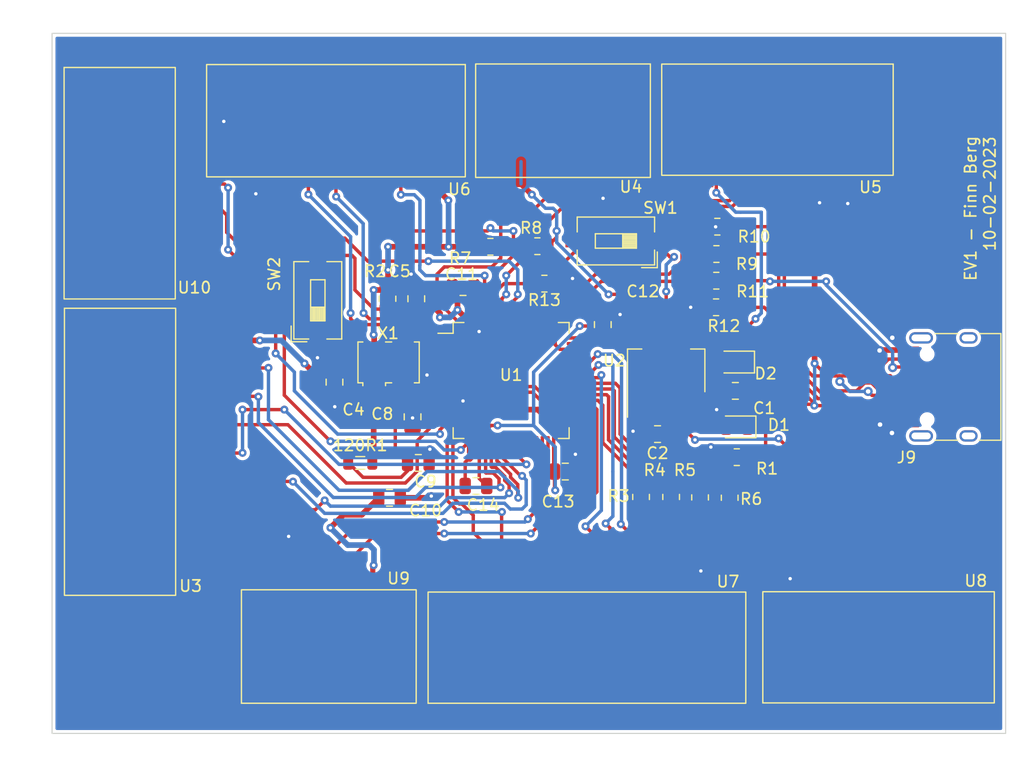
<source format=kicad_pcb>
(kicad_pcb (version 20211014) (generator pcbnew)
  (title_block (title "Finn Berg - EV1") (date "2023-02-08") (company "Cisco Systems"))
  (layers (0 "F.Cu" signal) (31 "B.Cu" power) (34 "B.Paste" user) (35 "F.Paste" user) (36 "B.SilkS" user "B.Silkscreen") (37 "F.SilkS" user "F.Silkscreen") (38 "B.Mask" user) (39 "F.Mask" user) (44 "Edge.Cuts" user))
  (net 0 "")
  (net 1 "+3.3VA")
  (net 2 "+3.3V")
  (net 3 "VBUS")
  (net 4 "GND")
  (net 5 "/RESET")
  (net 6 "Net-(D1-Pad1)")
  (net 7 "Net-(D2-Pad2)")
  (net 8 "/I2C_SCL")
  (net 9 "/I2C_SDA")
  (net 10 "/USART_3_RX")
  (net 11 "/USART_3_TX")
  (net 12 "/BB_ROW_2")
  (net 13 "/BB_ROW_3")
  (net 14 "/BB_ROW_4")
  (net 15 "/BB_ROW_5")
  (net 16 "/BB_ROW_6")
  (net 17 "/BB_ROW_7")
  (net 18 "/BB_ROW_8")
  (net 19 "/BB_COLS_2")
  (net 20 "/BB_COLS_3")
  (net 21 "/BB_COLS_4")
  (net 22 "/BB_COLS_5")
  (net 23 "/BB_COLS_6")
  (net 24 "/RST_PA6")
  (net 25 "/BL_PA4")
  (net 26 "/CS_PA1")
  (net 27 "/DC_PB0")
  (net 28 "/MOSI_SPI")
  (net 29 "/SCK_SPI")
  (net 30 "/SWD_CLK")
  (net 31 "/SWD_DIO")
  (net 32 "/IO_PC9")
  (net 33 "/IO_PC8")
  (net 34 "/IO_PC7")
  (net 35 "/IO_PC6")
  (net 36 "/USART2_RX")
  (net 37 "/USART2_TX")
  (net 38 "Net-(J9-PadA5)")
  (net 39 "Net-(J9-PadA6)")
  (net 40 "Net-(J9-PadA7)")
  (net 42 "Net-(J9-PadB5)")
  (net 45 "Net-(R3-Pad2)")
  (net 46 "Net-(R4-Pad2)")
  (net 47 "Net-(R5-Pad2)")
  (net 48 "Net-(R6-Pad2)")
  (net 49 "/BOOT0")
  (net 51 "/HSE_IN")
  (net 63 "/USB_D-")
  (net 64 "/USB_D+")
  (footprint "1x4 pin download:1x6_connector" (layer "F.Cu") (at 123.43 68.21 -90)
    (fp_text reference "U10")
    (fp_text value "1x6_connector")
  )
  (footprint "1x4 pin download:1x7_connector" (layer "F.Cu") (at 146.29 72.55 180)
    (fp_text reference "U6")
    (fp_text value "1x7_connector")
  )
  (footprint "1x4 pin download:1x9_connector" (layer "F.Cu") (at 150.91 111.64)
    (fp_text reference "U7")
    (fp_text value "1x9_connector")
  )
  (footprint "Capacitor_SMD:C_0805_2012Metric" (layer "F.Cu") (at 151.13 101.092 180)
    (fp_text reference "C14")
    (fp_text value "100n")
  )
  (footprint "Resistor_SMD:R_0805_2012Metric" (layer "F.Cu") (at 174.117 98.552)
    (fp_text reference "R1")
    (fp_text value "150")
  )
  (footprint "Resistor_SMD:R_0805_2012Metric" (layer "F.Cu") (at 172.31 83)
    (fp_text reference "R11")
    (fp_text value "5k1")
  )
  (footprint "Capacitor_SMD:C_0805_2012Metric" (layer "F.Cu") (at 162.306 86.868 90)
    (fp_text reference "C12")
    (fp_text value "100n")
  )
  (footprint "Package_TO_SOT_SMD:SOT-223-3_TabPin2" (layer "F.Cu") (at 167.894 90.932 90)
    (fp_text reference "U2")
    (fp_text value "AMS1117-3.3")
  )
  (footprint "Diode_SMD:D_0805_2012Metric" (layer "F.Cu") (at 173.99 90.17 180)
    (fp_text reference "D2")
    (fp_text value "DIODE")
  )
  (footprint "1x4 pin download:1x4_connector" (layer "F.Cu") (at 162.5 72.5 180)
    (fp_text reference "U4")
    (fp_text value "1x4_connector")
  )
  (footprint "Capacitor_SMD:C_0805_2012Metric" (layer "F.Cu") (at 143.51 102.135)
    (fp_text reference "C10")
    (fp_text value "1u")
  )
  (footprint "Button_Switch_SMD:SW_DIP_SPSTx01_Slide_6.7x4.1mm_W6.73mm_P2.54mm_LowProfile_JPin" (layer "F.Cu") (at 137.19 84.73 90)
    (fp_text reference "SW2")
    (fp_text value "SW_Push")
  )
  (footprint "Resistor_SMD:R_0805_2012Metric" (layer "F.Cu") (at 172.4 78.24)
    (fp_text reference "R10")
    (fp_text value "15k")
  )
  (footprint "Resistor_SMD:R_0805_2012Metric" (layer "F.Cu") (at 170.88 102.1 90)
    (fp_text reference "R5")
    (fp_text value "2k2")
  )
  (footprint "Resistor_SMD:R_0805_2012Metric" (layer "F.Cu") (at 156.54 79.96 180)
    (fp_text reference "R8")
    (fp_text value "1k5")
  )
  (footprint "Resistor_SMD:R_0805_2012Metric" (layer "F.Cu") (at 173.49 102.13 90)
    (fp_text reference "R6")
    (fp_text value "2k2")
  )
  (footprint "Resistor_SMD:R_0805_2012Metric" (layer "F.Cu") (at 157.16 83.26 180)
    (fp_text reference "R13")
    (fp_text value "4k7")
  )
  (footprint "Connector_USB:USB_C_Receptacle_HRO_TYPE-C-31-M-12" (layer "F.Cu") (at 193.49 92.36 90)
    (fp_text reference "J9")
    (fp_text value "USB_C_Receptacle")
  )
  (footprint "LED_SMD:LED_0805_2012Metric" (layer "F.Cu") (at 174.117 95.885 180)
    (fp_text reference "D1")
    (fp_text value "LED")
  )
  (footprint "Button_Switch_SMD:SW_DIP_SPSTx01_Slide_6.7x4.1mm_W6.73mm_P2.54mm_LowProfile_JPin" (layer "F.Cu") (at 163.46 79.5 180)
    (fp_text reference "SW1")
    (fp_text value "SW_Push")
  )
  (footprint "Capacitor_SMD:C_0805_2012Metric" (layer "F.Cu") (at 149.987 83.566)
    (fp_text reference "C11")
    (fp_text value "100n")
  )
  (footprint "Inductor_SMD:L_0805_2012Metric" (layer "F.Cu") (at 140.93 99.06)
    (fp_text reference "120R1")
    (fp_text value "FerriteBead")
  )
  (footprint "Resistor_SMD:R_0805_2012Metric" (layer "F.Cu") (at 152.4 80.01)
    (fp_text reference "R7")
    (fp_text value "1k5")
  )
  (footprint "Capacitor_SMD:C_0805_2012Metric" (layer "F.Cu") (at 159.004 99.822)
    (fp_text reference "C13")
    (fp_text value "100n")
  )
  (footprint "Resistor_SMD:R_0805_2012Metric" (layer "F.Cu") (at 143.33 84.59 90)
    (fp_text reference "R2")
    (fp_text value "4k7")
  )
  (footprint "1x4 pin download:1x4_connector" (layer "F.Cu") (at 134.46 111.64)
    (fp_text reference "U9")
    (fp_text value "1x4_connector")
  )
  (footprint "Package_QFP:LQFP-64_10x10mm_P0.5mm" (layer "F.Cu") (at 154.2288 91.7956)
    (fp_text reference "U1")
    (fp_text value "STM32F405RGTx")
  )
  (footprint "Capacitor_SMD:C_0805_2012Metric" (layer "F.Cu") (at 138.66 91.94 -90)
    (fp_text reference "C4")
    (fp_text value "100n")
  )
  (footprint "Resistor_SMD:R_0805_2012Metric" (layer "F.Cu") (at 172.32 80.65)
    (fp_text reference "R9")
    (fp_text value "15k")
  )
  (footprint "1x4 pin download:1X8_CONNECTOR" (layer "F.Cu") (at 123.46115 89.33 -90)
    (fp_text reference "U3")
    (fp_text value "1x8_connector")
  )
  (footprint "Resistor_SMD:R_0805_2012Metric" (layer "F.Cu") (at 168.33 102.06 90)
    (fp_text reference "R4")
    (fp_text value "2k2")
  )
  (footprint "Capacitor_SMD:C_0805_2012Metric" (layer "F.Cu") (at 146.05 99.06)
    (fp_text reference "C9")
    (fp_text value "1u")
  )
  (footprint "Capacitor_SMD:C_0805_2012Metric" (layer "F.Cu") (at 145.87 84.59 -90)
    (fp_text reference "C5")
    (fp_text value "100n")
  )
  (footprint "Resistor_SMD:R_0805_2012Metric" (layer "F.Cu") (at 172.29 85.344)
    (fp_text reference "R12")
    (fp_text value "5k1")
  )
  (footprint "Capacitor_SMD:C_0805_2012Metric" (layer "F.Cu") (at 173.99 92.71 180)
    (fp_text reference "C1")
    (fp_text value "22u")
  )
  (footprint "Capacitor_SMD:C_0805_2012Metric" (layer "F.Cu") (at 145.542 94.996 -90)
    (fp_text reference "C8")
    (fp_text value "10n")
  )
  (footprint "1x4 pin download:1x6_connector" (layer "F.Cu") (at 183.9 72.51 180)
    (fp_text reference "U5")
    (fp_text value "1x6_connector")
  )
  (footprint "Capacitor_SMD:C_0805_2012Metric" (layer "F.Cu") (at 167.132 96.52 180)
    (fp_text reference "C2")
    (fp_text value "22u")
  )
  (footprint "Resistor_SMD:R_0805_2012Metric" (layer "F.Cu") (at 165.68 102.06 90)
    (fp_text reference "R3")
    (fp_text value "2k2")
  )
  (footprint "1x4 pin download:1x6_connector" (layer "F.Cu") (at 180.41 111.61)
    (fp_text reference "U8")
    (fp_text value "1x6_connector")
  )
  (footprint "Oscillator:Oscillator_SMD_SeikoEpson_SG8002LB-4Pin_5.0x3.2mm" (layer "F.Cu") (at 143.43 90.2)
    (fp_text reference "X1")
    (fp_text value "SG-5032CAN")
  )
  (gr_rect (start 113.77 61.199689) (end 197.81 122.9) (layer "Edge.Cuts") (width 0.1) (fill none))
  (gr_text "EV1 - Finn Berg " (at 194.73 76.25 90) (layer "F.SilkS") (effects (font (size 1 1))))
  (gr_text "10-02-2023" (at 196.42 75.34 90) (layer "F.SilkS") (effects (font (size 1 1))))
  (segment (start 141.1775 100.33) (end 139.9075 99.06) (width 0.3) (layer "F.Cu") (net 1))
  (segment (start 145.5424 94.0456) (end 145.542 94.046) (width 0.3) (layer "F.Cu") (net 1))
  (segment (start 144.526 100.33) (end 141.1775 100.33) (width 0.3) (layer "F.Cu") (net 1))
  (segment (start 144.272 93.98) (end 144.018 94.234) (width 0.3) (layer "F.Cu") (net 1))
  (segment (start 144.018 94.234) (end 144.018 97.978) (width 0.3) (layer "F.Cu") (net 1))
  (segment (start 148.5538 94.0456) (end 147.677759 94.0456) (width 0.3) (layer "F.Cu") (net 1))
  (segment (start 148.5538 94.0456) (end 145.5424 94.0456) (width 0.3) (layer "F.Cu") (net 1))
  (segment (start 145.1 99.756) (end 144.526 100.33) (width 0.3) (layer "F.Cu") (net 1))
  (segment (start 145.1 99.06) (end 145.1 99.756) (width 0.3) (layer "F.Cu") (net 1))
  (segment (start 144.018 97.978) (end 145.1 99.06) (width 0.3) (layer "F.Cu") (net 1))
  (segment (start 145.542 94.046) (end 145.476 93.98) (width 0.3) (layer "F.Cu") (net 1))
  (segment (start 145.476 93.98) (end 144.272 93.98) (width 0.3) (layer "F.Cu") (net 1))
  (segment (start 120.74 81.39) (end 124.11 81.39) (width 0.3) (layer "F.Cu") (net 2))
  (segment (start 167.894 94.082) (end 167.894 94.488) (width 0.3) (layer "F.Cu") (net 2))
  (segment (start 142.56 102.135) (end 141.063 103.632) (width 0.5) (layer "F.Cu") (net 2))
  (segment (start 158.242 79.1705) (end 157.4525 79.96) (width 0.3) (layer "F.Cu") (net 2))
  (segment (start 142.16 87.804) (end 142.113 87.757) (width 0.5) (layer "F.Cu") (net 2))
  (segment (start 151.4788 96.583834) (end 151.4788 97.4706) (width 0.3) (layer "F.Cu") (net 2))
  (segment (start 152.042028 96.162028) (end 151.900606 96.162028) (width 0.3) (layer "F.Cu") (net 2))
  (segment (start 151.4788 98.656306) (end 151.420053 98.715053) (width 0.3) (layer "F.Cu") (net 2))
  (segment (start 188.468 117.652) (end 188.468 121) (width 0.3) (layer "F.Cu") (net 2))
  (segment (start 132.08 88.265) (end 126.955 88.265) (width 0.5) (layer "F.Cu") (net 2))
  (segment (start 163.068 84.201) (end 162.814 84.201) (width 0.3) (layer "F.Cu") (net 2))
  (segment (start 142.113 121.433) (end 142.113 115.824) (width 0.3) (layer "F.Cu") (net 2))
  (segment (start 142.113 95.631) (end 142.113 98.9795) (width 0.5) (layer "F.Cu") (net 2))
  (segment (start 149.501675 84.030675) (end 149.037 83.566) (width 0.5) (layer "F.Cu") (net 2))
  (segment (start 126.88 88.19) (end 124.60115 88.19) (width 0.3) (layer "F.Cu") (net 2))
  (segment (start 143.1875 83.82) (end 143.33 83.6775) (width 0.5) (layer "F.Cu") (net 2))
  (segment (start 189.341 106.441) (end 187.34 106.441) (width 0.3) (layer "F.Cu") (net 2))
  (segment (start 155 74.36) (end 156.055 75.415) (width 0.5) (layer "F.Cu") (net 2))
  (segment (start 155 72.5) (end 155 74.36) (width 0.5) (layer "F.Cu") (net 2))
  (segment (start 173.0525 96.012) (end 169.824 96.012) (width 0.3) (layer "F.Cu") (net 2))
  (segment (start 172.31 75.2465) (end 172.31 73.42) (width 0.3) (layer "F.Cu") (net 2))
  (segment (start 148.717 80.01) (end 143.383 80.01) (width 0.5) (layer "F.Cu") (net 2))
  (segment (start 157.9788 99.7468) (end 158.054 99.822) (width 0.3) (layer "F.Cu") (net 2))
  (segment (start 151.900606 96.162028) (end 151.4788 96.583834) (width 0.3) (layer "F.Cu") (net 2))
  (segment (start 150.4788 86.1206) (end 150.4788 85.2008) (width 0.3) (layer "F.Cu") (net 2))
  (segment (start 160.274 86.995) (end 161.483 86.995) (width 0.3) (layer "F.Cu") (net 2))
  (segment (start 119.709 88.19) (end 126.88 88.19) (width 0.3) (layer "F.Cu") (net 2))
  (segment (start 147.82079 85.732211) (end 147.955 85.866421) (width 0.5) (layer "F.Cu") (net 2))
  (segment (start 158.054 99.822) (end 158.054 101.412) (width 0.3) (layer "F.Cu") (net 2))
  (segment (start 143.383 82.042) (end 143.383 83.6245) (width 0.5) (layer "F.Cu") (net 2))
  (segment (start 192.91 111.61) (end 192.91 113.21) (width 0.3) (layer "F.Cu") (net 2))
  (segment (start 136.398 92.964) (end 139.065 95.631) (width 0.5) (layer "F.Cu") (net 2))
  (segment (start 161.102 87.818) (end 162.306 87.818) (width 0.3) (layer "F.Cu") (net 2))
  (segment (start 167.894 94.488) (end 170.434 97.028) (width 0.3) (layer "F.Cu") (net 2))
  (segment (start 150.91 111.64) (end 150.91 120.938) (width 0.3) (layer "F.Cu") (net 2))
  (segment (start 143.383 83.6245) (end 143.33 83.6775) (width 0.5) (layer "F.Cu") (net 2))
  (segment (start 122.67 121.76) (end 123.09 122.18) (width 0.3) (layer "F.Cu") (net 2))
  (segment (start 169.824 96.012) (end 167.894 94.082) (width 0.3) (layer "F.Cu") (net 2))
  (segment (start 158.242 78.613) (end 158.242 79.1705) (width 0.3) (layer "F.Cu") (net 2))
  (segment (start 192.91 110.01) (end 189.341 106.441) (width 0.3) (layer "F.Cu") (net 2))
  (segment (start 188.468 121) (end 150.972 121) (width 0.3) (layer "F.Cu") (net 2))
  (segment (start 150.91 120.938) (end 150.972 121) (width 0.3) (layer "F.Cu") (net 2))
  (segment (start 122.67 109.68) (end 122.67 121.76) (width 0.3) (layer "F.Cu") (net 2))
  (segment (start 142.113 98.9795) (end 142.0325 99.06) (width 0.5) (layer "F.Cu") (net 2))
  (segment (start 142.113 108.077) (end 142.113 108.0145) (width 0.3) (layer "F.Cu") (net 2))
  (segment (start 124.11 81.39) (end 123.43 80.71) (width 0.3) (layer "F.Cu") (net 2))
  (segment (start 150.04695 86.1206) (end 150.3788 86.1206) (width 0.5) (layer "F.Cu") (net 2))
  (segment (start 120.87 109.2) (end 122.19 109.2) (width 0.3) (layer "F.Cu") (net 2))
  (segment (start 172.31 73.42) (end 171.4 72.51) (width 0.3) (layer "F.Cu") (net 2))
  (segment (start 192.91 111.61) (end 192.91 110.01) (width 0.3) (layer "F.Cu") (net 2))
  (segment (start 159.9038 88.0456) (end 160.8744 88.0456) (width 0.3) (layer "F.Cu") (net 2))
  (segment (start 147.955 85.866421) (end 147.955 86.233) (width 0.5) (layer "F.Cu") (net 2))
  (segment (start 136.71 90.99) (end 136.017 90.297) (width 0.5) (layer "F.Cu") (net 2))
  (segment (start 140.55 89.1) (end 142.16 89.1) (width 0.5) (layer "F.Cu") (net 2))
  (segment (start 151.420053 98.715053) (end 151.420053 100.432053) (width 0.3) (layer "F.Cu") (net 2))
  (segment (start 142.113 83.82) (end 143.1875 83.82) (width 0.5) (layer "F.Cu") (net 2))
  (segment (start 167.894 96.332) (end 168.082 96.52) (width 0.3) (layer "F.Cu") (net 2))
  (segment (start 138.118 90.99) (end 136.398 92.71) (width 0.5) (layer "F.Cu") (net 2))
  (segment (start 146.29 72.55) (end 146.29 73.52) (width 0.5) (layer "F.Cu") (net 2))
  (segment (start 158.054 101.412) (end 158.115 101.473) (width 0.3) (layer "F.Cu") (net 2))
  (segment (start 167.894 87.782) (end 174.346 87.782) (width 0.3) (layer "F.Cu") (net 2))
  (segment (start 116.27 107.38) (end 119.05 107.38) (width 0.3) (layer "F.Cu") (net 2))
  (segment (start 142.16 89.1) (end 142.16 87.804) (width 0.5) (layer "F.Cu") (net 2))
  (segment (start 135.757 122.18) (end 142.113 115.824) (width 0.3) (layer "F.Cu") (net 2))
  (segment (start 149.098 84.836) (end 148.971 84.709) (width 0.3) (layer "F.Cu") (net 2))
  (segment (start 119.709 88.19) (end 119.709 82.421) (width 0.3) (layer "F.Cu") (net 2))
  (segment (start 148.971 83.632) (end 149.037 83.566) (width 0.3) (layer "F.Cu") (net 2))
  (segment (start 151.4875 80.01) (end 148.717 80.01) (width 0.5) (layer "F.Cu") (net 2))
  (segment (start 146.678579 84.59) (end 147.82079 85.732211) (width 0.5) (layer "F.Cu") (net 2))
  (segment (start 139.065 95.631) (end 142.113 95.631) (width 0.5) (layer "F.Cu") (net 2))
  (segment (start 162.342 87.782) (end 162.306 87.818) (width 0.3) (layer "F.Cu") (net 2))
  (segment (start 148.971 84.709) (end 148.971 83.632) (width 0.3) (layer "F.Cu") (net 2))
  (segment (start 150.972 121) (end 150.372 121.6) (width 0.3) (layer "F.Cu") (net 2))
  (segment (start 143.33 83.6775) (end 144.2425 84.59) (width 0.5) (layer "F.Cu") (net 2))
  (segment (start 118.364 89.535) (end 119.709 88.19) (width 0.3) (layer "F.Cu") (net 2))
  (segment (start 144.2425 84.59) (end 146.678579 84.59) (width 0.5) (layer "F.Cu") (net 2))
  (segment (start 119.709 82.421) (end 120.74 81.39) (width 0.3) (layer "F.Cu") (net 2))
  (segment (start 167.894 87.782) (end 162.342 87.782) (width 0.3) (layer "F.Cu") (net 2))
  (segment (start 153.035 95.758) (end 152.446056 95.758) (width 0.3) (layer "F.Cu") (net 2))
  (segment (start 192.91 113.21) (end 188.468 117.652) (width 0.3) (layer "F.Cu") (net 2))
  (segment (start 138.66 90.99) (end 140.55 89.1) (width 0.5) (layer "F.Cu") (net 2))
  (segment (start 146.29 73.52) (end 148.69 75.92) (width 0.5) (layer "F.Cu") (net 2))
  (segment (start 142.28 121.6) (end 142.113 121.433) (width 0.3) (layer "F.Cu") (net 2))
  (segment (start 119.05 107.38) (end 120.87 109.2) (width 0.3) (layer "F.Cu") (net 2))
  (segment (start 160.8744 88.0456) (end 161.102 87.818) (width 0.3) (layer "F.Cu") (net 2))
  (segment (start 151.4788 97.4706) (end 151.4788 98.656306) (width 0.3) (layer "F.Cu") (net 2))
  (segment (start 167.894 87.782) (end 167.894 83.947) (width 0.3) (layer "F.Cu") (net 2))
  (segment (start 164.313 84.201) (end 163.068 84.201) (width 0.3) (layer "F.Cu") (net 2))
  (segment (start 150.4788 85.2008) (end 150.114 84.836) (width 0.3) (layer "F.Cu") (net 2))
  (segment (start 136.398 92.71) (end 136.398 92.964) (width 0.5) (layer "F.Cu") (net 2))
  (segment (start 177.8 96.901) (end 187.34 106.441) (width 0.3) (layer "F.Cu") (net 2))
  (segment (start 142.113 115.824) (end 142.113 108.077) (width 0.3) (layer "F.Cu") (net 2))
  (segment (start 174.346 87.782) (end 175.768 86.36) (width 0.3) (layer "F.Cu") (net 2))
  (segment (start 167.894 94.082) (end 167.894 96.332) (width 0.3) (layer "F.Cu") (net 2))
  (segment (start 149.501675 85.575325) (end 150.04695 86.1206) (width 0.5) (layer "F.Cu") (net 2))
  (segment (start 123.09 122.18) (end 135.757 122.18) (width 0.3) (layer "F.Cu") (net 2))
  (segment (start 150.114 84.836) (end 149.098 84.836) (width 0.3) (layer "F.Cu") (net 2))
  (segment (start 138.66 90.99) (end 136.71 90.99) (width 0.5) (layer "F.Cu") (net 2))
  (segment (start 138.66 90.99) (end 138.118 90.99) (width 0.5) (layer "F.Cu") (net 2))
  (segment (start 150.372 121.6) (end 142.28 121.6) (width 0.3) (layer "F.Cu") (net 2))
  (segment (start 118.364 89.535) (end 116.27 91.629) (width 0.3) (layer "F.Cu") (net 2))
  (segment (start 168.224 80.899) (end 166.825 79.5) (width 0.3) (layer "F.Cu") (net 2))
  (segment (start 161.483 86.995) (end 162.306 87.818) (width 0.3) (layer "F.Cu") (net 2))
  (segment (start 157.9788 97.4706) (end 157.9788 99.7468) (width 0.3) (layer "F.Cu") (net 2))
  (segment (start 149.501675 85.575325) (end 149.501675 84.030675) (width 0.5) (layer "F.Cu") (net 2))
  (segment (start 168.5915 80.899) (end 168.224 80.899) (width 0.3) (layer "F.Cu") (net 2))
  (segment (start 122.19 109.2) (end 122.67 109.68) (width 0.3) (layer "F.Cu") (net 2))
  (segment (start 139.446 103.632) (end 138.303 104.775) (width 0.5) (layer "F.Cu") (net 2))
  (segment (start 151.420053 100.432053) (end 152.08 101.092) (width 0.3) (layer "F.Cu") (net 2))
  (segment (start 124.60115 88.19) (end 123.46115 89.33) (width 0.3) (layer "F.Cu") (net 2))
  (segment (start 116.27 91.629) (end 116.27 107.38) (width 0.3) (layer "F.Cu") (net 2))
  (segment (start 141.96 108.1675) (end 141.96 111.64) (width 0.3) (layer "F.Cu") (net 2))
  (segment (start 142.113 108.0145) (end 141.96 108.1675) (width 0.3) (layer "F.Cu") (net 2))
  (segment (start 152.446056 95.758) (end 152.042028 96.162028) (width 0.3) (layer "F.Cu") (net 2))
  (segment (start 141.063 103.632) (end 139.446 103.632) (width 0.5) (layer "F.Cu") (net 2))
  (segment (start 167.894 94.082) (end 167.894 87.782) (width 0.3) (layer "F.Cu") (net 2))
  (segment (start 167.894 87.782) (end 164.313 84.201) (width 0.3) (layer "F.Cu") (net 2))
  (via (at 158.242 78.613) (size 0.7) (drill 0.3) (layers "F.Cu" "B.Cu") (net 2))
  (via (at 160.274 86.995) (size 0.7) (drill 0.3) (layers "F.Cu" "B.Cu") (net 2))
  (via (at 143.383 82.042) (size 0.7) (drill 0.3) (layers "F.Cu" "B.Cu") (net 2))
  (via (at 168.5915 80.899) (size 0.7) (drill 0.3) (layers "F.Cu" "B.Cu") (net 2))
  (via (at 177.8 96.901) (size 0.7) (drill 0.3) (layers "F.Cu" "B.Cu") (net 2))
  (via (at 149.501675 85.575325) (size 0.7) (drill 0.3) (layers "F.Cu" "B.Cu") (net 2))
  (via (at 142.113 108.077) (size 0.7) (drill 0.3) (layers "F.Cu" "B.Cu") (net 2))
  (via (at 148.717 80.01) (size 0.7) (drill 0.3) (layers "F.Cu" "B.Cu") (net 2))
  (via (at 167.894 83.947) (size 0.7) (drill 0.3) (layers "F.Cu" "B.Cu") (net 2))
  (via (at 158.115 101.473) (size 0.7) (drill 0.3) (layers "F.Cu" "B.Cu") (net 2))
  (via (at 148.69 75.92) (size 0.7) (drill 0.3) (layers "F.Cu" "B.Cu") (net 2))
  (via (at 142.113 87.757) (size 0.7) (drill 0.3) (layers "F.Cu" "B.Cu") (net 2))
  (via (at 138.303 104.775) (size 0.7) (drill 0.3) (layers "F.Cu" "B.Cu") (net 2))
  (via (at 132.08 88.265) (size 0.7) (drill 0.3) (layers "F.Cu" "B.Cu") (net 2))
  (via (at 175.768 86.36) (size 0.7) (drill 0.3) (layers "F.Cu" "B.Cu") (net 2))
  (via (at 147.955 86.233) (size 0.7) (drill 0.3) (layers "F.Cu" "B.Cu") (net 2))
  (via (at 142.113 83.82) (size 0.7) (drill 0.3) (layers "F.Cu" "B.Cu") (net 2))
  (via (at 170.434 97.028) (size 0.7) (drill 0.3) (layers "F.Cu" "B.Cu") (net 2))
  (via (at 156.055 75.415) (size 0.7) (drill 0.3) (layers "F.Cu" "B.Cu") (net 2))
  (via (at 162.814 84.201) (size 0.7) (drill 0.3) (layers "F.Cu" "B.Cu") (net 2))
  (via (at 143.383 80.01) (size 0.7) (drill 0.3) (layers "F.Cu" "B.Cu") (net 2))
  (via (at 172.31 75.2465) (size 0.7) (drill 0.3) (layers "F.Cu" "B.Cu") (net 2))
  (via (at 158.242 78.613) (size 0.7) (drill 0.3) (layers "F.Cu" "B.Cu") (net 2))
  (via (at 153.035 95.758) (size 0.7) (drill 0.3) (layers "F.Cu" "B.Cu") (net 2))
  (via (at 136.017 90.297) (size 0.7) (drill 0.3) (layers "F.Cu" "B.Cu") (net 2))
  (segment (start 176.276 85.852) (end 176.276 76.962) (width 0.3) (layer "B.Cu") (net 2))
  (segment (start 139.827 106.299) (end 141.732 106.299) (width 0.5) (layer "B.Cu") (net 2))
  (segment (start 170.434 97.028) (end 170.499 96.963) (width 0.3) (layer "B.Cu") (net 2))
  (segment (start 175.768 86.36) (end 176.276 85.852) (width 0.3) (layer "B.Cu") (net 2))
  (segment (start 167.894 81.5965) (end 168.5915 80.899) (width 0.3) (layer "B.Cu") (net 2))
  (segment (start 176.276 76.962) (end 174.4595 76.962) (width 0.3) (layer "B.Cu") (net 2))
  (segment (start 158.242 76.932) (end 157.93 76.62) (width 0.3) (layer "B.Cu") (net 2))
  (segment (start 148.717 75.947) (end 148.69 75.92) (width 0.5) (layer "B.Cu") (net 2))
  (segment (start 148.844 86.233) (end 149.501675 85.575325) (width 0.5) (layer "B.Cu") (net 2))
  (segment (start 155.1 74.46) (end 155.1 72.51) (width 0.3) (layer "B.Cu") (net 2))
  (segment (start 156.21 95.758) (end 153.035 95.758) (width 0.3) (layer "B.Cu") (net 2))
  (segment (start 133.985 88.265) (end 132.08 88.265) (width 0.5) (layer "B.Cu") (net 2))
  (segment (start 174.4595 76.962) (end 174.0255 76.962) (width 0.3) (layer "B.Cu") (net 2))
  (segment (start 142.14 107.9875) (end 142.14 108.02) (width 0.5) (layer "B.Cu") (net 2))
  (segment (start 142.113 87.757) (end 142.113 83.82) (width 0.5) (layer "B.Cu") (net 2))
  (segment (start 170.499 96.963) (end 177.738 96.963) (width 0.3) (layer "B.Cu") (net 2))
  (segment (start 147.955 86.233) (end 148.844 86.233) (width 0.5) (layer "B.Cu") (net 2))
  (segment (start 142.14 106.707) (end 142.14 107.9875) (width 0.5) (layer "B.Cu") (net 2))
  (segment (start 158.242 78.613) (end 158.242 76.932) (width 0.3) (layer "B.Cu") (net 2))
  (segment (start 158.115 101.473) (end 158.115 97.663) (width 0.3) (layer "B.Cu") (net 2))
  (segment (start 156.21 91.059) (end 160.274 86.995) (width 0.3) (layer "B.Cu") (net 2))
  (segment (start 162.814 84.201) (end 158.242 79.629) (width 0.3) (layer "B.Cu") (net 2))
  (segment (start 143.383 80.01) (end 143.383 82.042) (width 0.5) (layer "B.Cu") (net 2))
  (segment (start 142.14 108.02) (end 142.13 108.03) (width 0.5) (layer "B.Cu") (net 2))
  (segment (start 158.242 79.629) (end 158.242 78.613) (width 0.3) (layer "B.Cu") (net 2))
  (segment (start 158.115 97.663) (end 156.21 95.758) (width 0.3) (layer "B.Cu") (net 2))
  (segment (start 157.26 76.62) (end 156.055 75.415) (width 0.3) (layer "B.Cu") (net 2))
  (segment (start 177.738 96.963) (end 177.8 96.901) (width 0.3) (layer "B.Cu") (net 2))
  (segment (start 167.894 83.947) (end 167.894 81.5965) (width 0.3) (layer "B.Cu") (net 2))
  (segment (start 174.0255 76.962) (end 172.31 75.2465) (width 0.3) (layer "B.Cu") (net 2))
  (segment (start 141.732 106.299) (end 142.14 106.707) (width 0.5) (layer "B.Cu") (net 2))
  (segment (start 157.93 76.62) (end 157.26 76.62) (width 0.3) (layer "B.Cu") (net 2))
  (segment (start 156.21 95.758) (end 156.21 91.059) (width 0.3) (layer "B.Cu") (net 2))
  (segment (start 138.303 104.775) (end 139.827 106.299) (width 0.5) (layer "B.Cu") (net 2))
  (segment (start 136.017 90.297) (end 133.985 88.265) (width 0.5) (layer "B.Cu") (net 2))
  (segment (start 148.717 80.01) (end 148.717 75.947) (width 0.5) (layer "B.Cu") (net 2))
  (segment (start 189.68 74.734) (end 189.68 62.21) (width 0.5) (layer "F.Cu") (net 3))
  (segment (start 116.41 75.389) (end 119.911 78.89) (width 0.5) (layer "F.Cu") (net 3))
  (segment (start 189.68 62.21) (end 123.18 62.21) (width 0.5) (layer "F.Cu") (net 3))
  (segment (start 190.191556 94.81) (end 189.445 94.81) (width 0.3) (layer "F.Cu") (net 3))
  (segment (start 181.737 77.724) (end 186.69 77.724) (width 0.5) (layer "F.Cu") (net 3))
  (segment (start 180.975 78.486) (end 181.737 77.724) (width 0.5) (layer "F.Cu") (net 3))
  (segment (start 177.71 93.89) (end 176.53 92.71) (width 0.3) (layer "F.Cu") (net 3))
  (segment (start 180.949334 93.827334) (end 177.292 90.17) (width 0.3) (layer "F.Cu") (net 3))
  (segment (start 177.292 90.17) (end 174.9275 90.17) (width 0.3) (layer "F.Cu") (net 3))
  (segment (start 189.445 89.91) (end 190.191556 89.91) (width 0.3) (layer "F.Cu") (net 3))
  (segment (start 186.51 90.89) (end 187.49 89.91) (width 0.3) (layer "F.Cu") (net 3))
  (segment (start 186.69 77.724) (end 189.68 74.734) (width 0.5) (layer "F.Cu") (net 3))
  (segment (start 185 94.28) (end 188.2 94.28) (width 0.3) (layer "F.Cu") (net 3))
  (segment (start 190.191556 89.91) (end 191.97 91.688444) (width 0.3) (layer "F.Cu") (net 3))
  (segment (start 181.568 90.89) (end 186.51 90.89) (width 0.3) (layer "F.Cu") (net 3))
  (segment (start 119.911 78.89) (end 122.75 78.89) (width 0.5) (layer "F.Cu") (net 3))
  (segment (start 191.97 93.031556) (end 190.191556 94.81) (width 0.3) (layer "F.Cu") (net 3))
  (segment (start 180.829743 93.89) (end 180.949334 94.009591) (width 0.3) (layer "F.Cu") (net 3))
  (segment (start 123.18 62.21) (end 116.41 68.98) (width 0.5) (layer "F.Cu") (net 3))
  (segment (start 180.949334 94.009591) (end 184.729591 94.009591) (width 0.3) (layer "F.Cu") (net 3))
  (segment (start 116.41 68.98) (end 116.41 75.389) (width 0.5) (layer "F.Cu") (net 3))
  (segment (start 122.75 78.89) (end 123.43 78.21) (width 0.5) (layer "F.Cu") (net 3))
  (segment (start 180.949334 94.009591) (end 180.949334 93.827334) (width 0.3) (layer "F.Cu") (net 3))
  (segment (start 177.71 93.89) (end 180.829743 93.89) (width 0.3) (layer "F.Cu") (net 3))
  (segment (start 188.2 94.28) (end 188.71 94.79) (width 0.3) (layer "F.Cu") (net 3))
  (segment (start 184.729591 94.009591) (end 185 94.28) (width 0.3) (layer "F.Cu") (net 3))
  (segment (start 187.49 89.91) (end 189.445 89.91) (width 0.3) (layer "F.Cu") (net 3))
  (segment (start 180.975 90.297) (end 180.975 78.486) (width 0.5) (layer "F.Cu") (net 3))
  (segment (start 191.97 91.688444) (end 191.97 93.031556) (width 0.3) (layer "F.Cu") (net 3))
  (segment (start 180.975 90.297) (end 181.568 90.89) (width 0.3) (layer "F.Cu") (net 3))
  (segment (start 176.53 92.71) (end 174.94 92.71) (width 0.3) (layer "F.Cu") (net 3))
  (via (at 180.949334 94.009591) (size 0.7) (drill 0.3) (layers "F.Cu" "B.Cu") (net 3))
  (via (at 180.975 90.297) (size 0.7) (drill 0.3) (layers "F.Cu" "B.Cu") (net 3))
  (segment (start 180.975 93.983925) (end 180.975 90.297) (width 0.3) (layer "B.Cu") (net 3))
  (segment (start 180.949334 94.009591) (end 180.975 93.983925) (width 0.3) (layer "B.Cu") (net 3))
  (segment (start 171.3775 85.344) (end 170.053 85.344) (width 0.5) (layer "F.Cu") (net 4))
  (segment (start 138.66 92.89) (end 144.092 92.89) (width 0.3) (layer "F.Cu") (net 4))
  (segment (start 188.9 89.11) (end 187.82 88.03) (width 0.5) (layer "F.Cu") (net 4))
  (segment (start 181.4 76.12) (end 181.41 76.13) (width 0.25) (layer "F.Cu") (net 4))
  (segment (start 171.4875 80.57) (end 171.4075 80.65) (width 0.5) (layer "F.Cu") (net 4))
  (segment (start 149.9336 93.5456) (end 149.987 93.599) (width 0.3) (layer "F.Cu") (net 4))
  (segment (start 162.33 75.74) (end 162.56 75.51) (width 0.5) (layer "F.Cu") (net 4))
  (segment (start 134.64 105.557) (end 134.62 105.537) (width 0.5) (layer "F.Cu") (net 4))
  (segment (start 134.64 107.9875) (end 134.46 108.1675) (width 0.5) (layer "F.Cu") (net 4))
  (segment (start 172.72 98.552) (end 171.831 97.663) (width 0.5) (layer "F.Cu") (net 4))
  (segment (start 183.91 73.9125) (end 183.91 76.186) (width 0.5) (layer "F.Cu") (net 4))
  (segment (start 134.467 105.69) (end 134.62 105.537) (width 0.5) (layer "F.Cu") (net 4))
  (segment (start 137.19 88.095) (end 137.19 89.759) (width 0.5) (layer "F.Cu") (net 4))
  (segment (start 134.64 107.9875) (end 134.64 105.557) (width 0.5) (layer "F.Cu") (net 4))
  (segment (start 150.937 83.566) (end 151.191 83.312) (width 0.3) (layer "F.Cu") (net 4))
  (segment (start 128.834 68.89) (end 128.905 68.961) (width 0.5) (layer "F.Cu") (net 4))
  (segment (start 145.542 95.946) (end 145.542 95.0955) (width 0.5) (layer "F.Cu") (net 4))
  (segment (start 150.937 84.9454) (end 150.937 83.566) (width 0.3) (layer "F.Cu") (net 4))
  (segment (start 138.66 92.89) (end 138.66 94.083) (width 0.3) (layer "F.Cu") (net 4))
  (segment (start 124.35 70.71) (end 123.43 70.71) (width 0.5) (layer "F.Cu") (net 4))
  (segment (start 131.729 75.341) (end 131.29 74.902) (width 0.5) (layer "F.Cu") (net 4))
  (segment (start 156.591 94.361) (end 152.994528 94.361) (width 0.5) (layer "F.Cu") (net 4))
  (segment (start 123.43 68.21) (end 125.5525 68.21) (width 0.5) (layer "F.Cu") (net 4))
  (segment (start 150.368 98.806) (end 150.18 98.994) (width 0.3) (layer "F.Cu") (net 4))
  (segment (start 173.04 93.66) (end 172.339 94.361) (width 0.5) (layer "F.Cu") (net 4))
  (segment (start 144.78 92.202) (end 144.78 91.38) (width 0.3) (layer "F.Cu") (net 4))
  (segment (start 147.039 102.135) (end 147.193 101.981) (width 0.5) (layer "F.Cu") (net 4))
  (segment (start 147 99.06) (end 147 97.9205) (width 0.5) (layer "F.Cu") (net 4))
  (segment (start 165.594 95.645) (end 164.973 96.266) (width 0.5) (layer "F.Cu") (net 4))
  (segment (start 171.4875 78.24) (end 172.2405 78.24) (width 0.5) (layer "F.Cu") (net 4))
  (segment (start 181.41 73.9125) (end 183.91 73.9125) (width 0.5) (layer "F.Cu") (net 4))
  (segment (start 147 97.9205) (end 147.066 97.8545) (width 0.5) (layer "F.Cu") (net 4))
  (segment (start 171.3975 85.324) (end 171.3775 85.344) (width 0.5) (layer "F.Cu") (net 4))
  (segment (start 145.87 82.878) (end 145.415 82.423) (width 0.5) (layer "F.Cu") (net 4))
  (segment (start 181.4 72.51) (end 181.4 76.12) (width 0.25) (layer "F.Cu") (net 4))
  (segment (start 181.4 72.51) (end 183.9 72.51) (width 0.25) (layer "F.Cu") (net 4))
  (segment (start 148.5538 93.5456) (end 149.9336 93.5456) (width 0.3) (layer "F.Cu") (net 4))
  (segment (start 171.4075 80.65) (end 171.4075 82.99) (width 0.5) (layer "F.Cu") (net 4))
  (segment (start 170.91 111.64) (end 170.91 108.62) (width 0.5) (layer "F.Cu") (net 4))
  (segment (start 159.893 98.298) (end 159.893 97.663) (width 0.5) (layer "F.Cu") (net 4))
  (segment (start 138.66 94.083) (end 138.684 94.107) (width 0.3) (layer "F.Cu") (net 4))
  (segment (start 165.594 94.082) (end 165.594 95.645) (width 0.5) (layer "F.Cu") (net 4))
  (segment (start 150.9788 86.1206) (end 150.9788 87.05245) (width 0.3) (layer "F.Cu") (net 4))
  (segment (start 150.9788 86.1206) (end 150.9788 84.9872) (width 0.3) (layer "F.Cu") (net 4))
  (segment (start 186.74 95.68) (end 189.375 95.68) (width 0.5) (layer "F.Cu") (net 4))
  (segment (start 171.4875 78.24) (end 171.4875 80.57) (width 0.5) (layer "F.Cu") (net 4))
  (segment (start 188.6 95.61) (end 187.79 96.42) (width 0.5) (layer "F.Cu") (net 4))
  (segment (start 186.74 89.11) (end 186.7 89.15) (width 0.5) (layer "F.Cu") (net 4))
  (segment (start 165.227 96.52) (end 164.973 96.266) (width 0.5) (layer "F.Cu") (net 4))
  (segment (start 189.445 89.11) (end 186.74 89.11) (width 0.5) (layer "F.Cu") (net 4))
  (segment (start 150.9788 97.4706) (end 150.9788 96.376728) (width 0.3) (layer "F.Cu") (net 4))
  (segment (start 150.622 98.806) (end 150.368 98.806) (width 0.3) (layer "F.Cu") (net 4))
  (segment (start 178.82 110.02) (end 180.41 111.61) (width 0.5) (layer "F.Cu") (net 4))
  (segment (start 173.2045 98.552) (end 172.72 98.552) (width 0.5) (layer "F.Cu") (net 4))
  (segment (start 150.9788 98.4492) (end 150.622 98.806) (width 0.3) (layer "F.Cu") (net 4))
  (segment (start 126.88 105.69) (end 134.467 105.69) (width 0.5) (layer "F.Cu") (net 4))
  (segment (start 134.46 108.1675) (end 134.46 111.64) (width 0.5) (layer "F.Cu") (net 4))
  (segment (start 150.9788 87.05245) (end 151.406675 87.480325) (width 0.3) (layer "F.Cu") (net 4))
  (segment (start 189.375 95.68) (end 189.445 95.61) (width 0.5) (layer "F.Cu") (net 4))
  (segment (start 166.182 96.52) (end 165.227 96.52) (width 0.5) (layer "F.Cu") (net 4))
  (segment (start 159.893 97.663) (end 156.591 94.361) (width 0.5) (layer "F.Cu") (net 4))
  (segment (start 171.3975 83) (end 171.3975 85.324) (width 0.5) (layer "F.Cu") (net 4))
  (segment (start 144.7 91.3) (end 146.799 91.3) (width 0.3) (layer "F.Cu") (net 4))
  (segment (start 125.74 106.83) (end 123.46115 106.83) (width 0.5) (layer "F.Cu") (net 4))
  (segment (start 170.91 108.62) (end 170.95 108.58) (width 0.5) (layer "F.Cu") (net 4))
  (segment (start 145.87 83.64) (end 145.87 82.878) (width 0.5) (layer "F.Cu") (net 4))
  (segment (start 159.183 83.26) (end 159.639 82.804) (width 0.5) (layer "F.Cu") (net 4))
  (segment (start 144.46 102.135) (end 147.039 102.135) (width 0.5) (layer "F.Cu") (net 4))
  (segment (start 162.56 75.51) (end 162.56 72.56) (width 0.5) (layer "F.Cu") (net 4))
  (segment (start 125.5525 68.21) (end 126.2325 68.89) (width 0.5) (layer "F.Cu") (net 4))
  (segment (start 162.306 85.918) (end 163.769 85.918) (width 0.5) (layer "F.Cu") (net 4))
  (segment (start 173.04 92.71) (end 173.04 93.66) (width 0.5) (layer "F.Cu") (net 4))
  (segment (start 159.954 99.822) (end 159.954 98.359) (width 0.5) (layer "F.Cu") (net 4))
  (segment (start 144.78 91.38) (end 144.7 91.3) (width 0.3) (layer "F.Cu") (net 4))
  (segment (start 189.445 89.11) (end 188.9 89.11) (width 0.5) (layer "F.Cu") (net 4))
  (segment (start 158.0725 83.26) (end 159.183 83.26) (width 0.5) (layer "F.Cu") (net 4))
  (segment (start 146.799 91.3) (end 146.812 91.313) (width 0.3) (layer "F.Cu") (net 4))
  (segment (start 163.769 85.918) (end 163.83 85.979) (width 0.5) (layer "F.Cu") (net 4))
  (segment (start 131.29 74.902) (end 131.29 72.55) (width 0.5) (layer "F.Cu") (net 4))
  (segment (start 189.445 95.61) (end 188.6 95.61) (width 0.5) (layer "F.Cu") (net 4))
  (segment (start 137.19 89.759) (end 137.16 89.789) (width 0.5) (layer "F.Cu") (net 4))
  (segment (start 150.9788 84.9872) (end 150.937 84.9454) (width 0.3) (layer "F.Cu") (net 4))
  (segment (start 172.2405 78.24) (end 172.2505 78.25) (width 0.5) (layer "F.Cu") (net 4))
  (segment (start 150.9788 96.376728) (end 152.994528 94.361) (width 0.3) (layer "F.Cu") (net 4))
  (segment (start 171.4075 82.99) (end 171.3975 83) (width 0.5) (layer "F.Cu") (net 4))
  (segment (start 178.82 109.26) (end 178.82 110.02) (width 0.5) (layer "F.Cu") (net 4))
  (segment (start 126.88 105.69) (end 125.74 106.83) (width 0.5) (layer "F.Cu") (net 4))
  (segment (start 159.954 98.359) (end 159.893 98.298) (width 0.5) (layer "F.Cu") (net 4))
  (segment (start 126.2325 68.89) (end 128.834 68.89) (width 0.5) (layer "F.Cu") (net 4))
  (segment (start 150.9788 97.4706) (end 150.9788 98.4492) (width 0.3) (layer "F.Cu") (net 4))
  (segment (start 162.56 72.56) (end 162.5 72.5) (width 0.5) (layer "F.Cu") (net 4))
  (segment (start 144.092 92.89) (end 144.78 92.202) (width 0.3) (layer "F.Cu") (net 4))
  (segment (start 183.91 76.186) (end 183.896 76.2) (width 0.5) (layer "F.Cu") (net 4))
  (segment (start 126.2325 68.89) (end 126.2325 68.8275) (width 0.5) (layer "F.Cu") (net 4))
  (segment (start 150.18 98.994) (end 150.18 101.092) (width 0.3) (layer "F.Cu") (net 4))
  (segment (start 126.2325 68.8275) (end 124.35 70.71) (width 0.5) (layer "F.Cu") (net 4))
  (via (at 145.542 95.0955) (size 0.7) (drill 0.3) (layers "F.Cu" "B.Cu") (net 4))
  (via (at 186.74 95.68) (size 0.8) (drill 0.4) (layers "F.Cu" "B.Cu") (net 4))
  (via (at 146.812 91.313) (size 0.7) (drill 0.3) (layers "F.Cu" "B.Cu") (net 4))
  (via (at 147.066 97.8545) (size 0.7) (drill 0.3) (layers "F.Cu" "B.Cu") (net 4))
  (via (at 172.2505 78.25) (size 0.7) (drill 0.3) (layers "F.Cu" "B.Cu") (net 4))
  (via (at 181.41 76.13) (size 0.7) (drill 0.3) (layers "F.Cu" "B.Cu") (net 4))
  (via (at 159.893 98.298) (size 0.7) (drill 0.3) (layers "F.Cu" "B.Cu") (net 4))
  (via (at 178.82 109.26) (size 0.7) (drill 0.3) (layers "F.Cu" "B.Cu") (net 4))
  (via (at 186.7 89.15) (size 0.8) (drill 0.4) (layers "F.Cu" "B.Cu") (net 4))
  (via (at 187.82 88.03) (size 0.8) (drill 0.4) (layers "F.Cu" "B.Cu") (net 4))
  (via (at 162.33 75.74) (size 0.7) (drill 0.3) (layers "F.Cu" "B.Cu") (net 4))
  (via (at 147.193 101.981) (size 0.7) (drill 0.3) (layers "F.Cu" "B.Cu") (net 4))
  (via (at 138.684 94.107) (size 0.7) (drill 0.3) (layers "F.Cu" "B.Cu") (net 4))
  (via (at 137.16 89.789) (size 0.7) (drill 0.3) (layers "F.Cu" "B.Cu") (net 4))
  (via (at 164.973 96.266) (size 0.7) (drill 0.3) (layers "F.Cu" "B.Cu") (net 4))
  (via (at 172.339 94.361) (size 0.7) (drill 0.3) (layers "F.Cu" "B.Cu") (net 4))
  (via (at 145.415 82.423) (size 0.7) (drill 0.3) (layers "F.Cu" "B.Cu") (net 4))
  (via (at 128.905 68.961) (size 0.7) (drill 0.3) (layers "F.Cu" "B.Cu") (net 4))
  (via (at 170.053 85.344) (size 0.7) (drill 0.3) (layers "F.Cu" "B.Cu") (net 4))
  (via (at 187.79 96.42) (size 0.8) (drill 0.4) (layers "F.Cu" "B.Cu") (net 4))
  (via (at 131.729 75.341) (size 0.7) (drill 0.3) (layers "F.Cu" "B.Cu") (net 4))
  (via (at 183.896 76.2) (size 0.7) (drill 0.3) (layers "F.Cu" "B.Cu") (net 4))
  (via (at 171.831 97.663) (size 0.7) (drill 0.3) (layers "F.Cu" "B.Cu") (net 4))
  (via (at 134.62 105.537) (size 0.7) (drill 0.3) (layers "F.Cu" "B.Cu") (net 4))
  (via (at 159.639 82.804) (size 0.7) (drill 0.3) (layers "F.Cu" "B.Cu") (net 4))
  (via (at 151.406675 87.480325) (size 0.7) (drill 0.3) (layers "F.Cu" "B.Cu") (net 4))
  (via (at 163.83 85.979) (size 0.7) (drill 0.3) (layers "F.Cu" "B.Cu") (net 4))
  (via (at 149.987 93.599) (size 0.7) (drill 0.3) (layers "F.Cu" "B.Cu") (net 4))
  (via (at 170.95 108.58) (size 0.7) (drill 0.3) (layers "F.Cu" "B.Cu") (net 4))
  (segment (start 186.7 95.64) (end 186.74 95.68) (width 0.5) (layer "B.Cu") (net 4))
  (segment (start 186.7 89.15) (end 186.7 95.64) (width 0.5) (layer "B.Cu") (net 4))
  (segment (start 143.3675 85.54) (end 143.33 85.5025) (width 0.3) (layer "F.Cu") (net 5))
  (segment (start 143.33 85.5025) (end 142.1445 85.5025) (width 0.3) (layer "F.Cu") (net 5))
  (segment (start 140.462 83.82) (end 140.462 81.026) (width 0.3) (layer "F.Cu") (net 5))
  (segment (start 132.429 64.294) (end 133.723 63) (width 0.3) (layer "F.Cu") (net 5))
  (segment (start 146.011359 85.54) (end 145.87 85.54) (width 0.3) (layer "F.Cu") (net 5))
  (segment (start 140.462 81.026) (end 140.208 80.772) (width 0.3) (layer "F.Cu") (net 5))
  (segment (start 188.99 74.535) (end 186.436 77.089) (width 0.3) (layer "F.Cu") (net 5))
  (segment (start 147.847359 87.376) (end 146.011359 85.54) (width 0.3) (layer "F.Cu") (net 5))
  (segment (start 137.783 80.772) (end 137.19 81.365) (width 0.3) (layer "F.Cu") (net 5))
  (segment (start 137.19 81.365) (end 135.255 79.43) (width 0.3) (layer "F.Cu") (net 5))
  (segment (start 148.5538 91.0456) (end 149.4924 91.0456) (width 0.3) (layer "F.Cu") (net 5))
  (segment (start 188.99 63) (end 188.99 74.535) (width 0.3) (layer "F.Cu") (net 5))
  (segment (start 149.606 87.376) (end 147.847359 87.376) (width 0.3) (layer "F.Cu") (net 5))
  (segment (start 135.255 79.43) (end 135.255 78.975) (width 0.3) (layer "F.Cu") (net 5))
  (segment (start 135.255 78.975) (end 132.429 76.149) (width 0.3) (layer "F.Cu") (net 5))
  (segment (start 145.87 85.54) (end 143.3675 85.54) (width 0.3) (layer "F.Cu") (net 5))
  (segment (start 186.436 77.089) (end 179.832 77.089) (width 0.3) (layer "F.Cu") (net 5))
  (segment (start 179.832 77.089) (end 178.91 76.167) (width 0.3) (layer "F.Cu") (net 5))
  (segment (start 149.86 90.678) (end 149.86 87.63) (width 0.3) (layer "F.Cu") (net 5))
  (segment (start 178.91 76.167) (end 178.91 73.9125) (width 0.3) (layer "F.Cu") (net 5))
  (segment (start 140.208 80.772) (end 137.783 80.772) (width 0.3) (layer "F.Cu") (net 5))
  (segment (start 149.4924 91.0456) (end 149.86 90.678) (width 0.3) (layer "F.Cu") (net 5))
  (segment (start 142.1445 85.5025) (end 140.462 83.82) (width 0.3) (layer "F.Cu") (net 5))
  (segment (start 133.723 63) (end 188.99 63) (width 0.3) (layer "F.Cu") (net 5))
  (segment (start 132.429 76.149) (end 132.429 64.294) (width 0.3) (layer "F.Cu") (net 5))
  (segment (start 149.86 87.63) (end 149.606 87.376) (width 0.3) (layer "F.Cu") (net 5))
  (segment (start 176.657 96.393) (end 176.657 98.171) (width 0.3) (layer "F.Cu") (net 6))
  (segment (start 175.1565 98.679) (end 175.0295 98.552) (width 0.3) (layer "F.Cu") (net 6))
  (segment (start 176.149 98.679) (end 175.1565 98.679) (width 0.3) (layer "F.Cu") (net 6))
  (segment (start 176.276 96.012) (end 176.657 96.393) (width 0.3) (layer "F.Cu") (net 6))
  (segment (start 176.657 98.171) (end 176.149 98.679) (width 0.3) (layer "F.Cu") (net 6))
  (segment (start 175.0545 96.012) (end 176.276 96.012) (width 0.3) (layer "F.Cu") (net 6))
  (segment (start 170.194 93.0285) (end 173.0525 90.17) (width 0.3) (layer "F.Cu") (net 7))
  (segment (start 170.194 94.082) (end 170.194 93.0285) (width 0.3) (layer "F.Cu") (net 7))
  (segment (start 153.4788 85.244559) (end 153.416 85.181759) (width 0.3) (layer "F.Cu") (net 8))
  (segment (start 153.416 84.582) (end 153.797 84.201) (width 0.3) (layer "F.Cu") (net 8))
  (segment (start 155.6275 80.7195) (end 155.6275 79.96) (width 0.3) (layer "F.Cu") (net 8))
  (segment (start 153.4788 86.1206) (end 153.4788 85.244559) (width 0.3) (layer "F.Cu") (net 8))
  (segment (start 153.797 82.55) (end 155.6275 80.7195) (width 0.3) (layer "F.Cu") (net 8))
  (segment (start 160 72.5) (end 160 75.2975) (width 0.3) (layer "F.Cu") (net 8))
  (segment (start 155.6275 79.67) (end 155.6275 79.96) (width 0.3) (layer "F.Cu") (net 8))
  (segment (start 160 75.2975) (end 155.6275 79.67) (width 0.3) (layer "F.Cu") (net 8))
  (segment (start 153.416 85.181759) (end 153.416 84.582) (width 0.3) (layer "F.Cu") (net 8))
  (via (at 153.797 82.55) (size 0.7) (drill 0.3) (layers "F.Cu" "B.Cu") (net 8))
  (via (at 153.797 84.201) (size 0.7) (drill 0.3) (layers "F.Cu" "B.Cu") (net 8))
  (segment (start 153.797 84.201) (end 153.797 82.55) (width 0.3) (layer "B.Cu") (net 8))
  (segment (start 153.3125 77.7005) (end 153.3125 80.01) (width 0.3) (layer "F.Cu") (net 9))
  (segment (start 153.416 77.597) (end 153.3125 77.7005) (width 0.3) (layer "F.Cu") (net 9))
  (segment (start 148.336 81.788) (end 152.527 81.788) (width 0.3) (layer "F.Cu") (net 9))
  (segment (start 151.710441 88.265) (end 151.202107 88.265) (width 0.3) (layer "F.Cu") (net 9))
  (segment (start 152.9788 86.1206) (end 152.9788 86.996641) (width 0.3) (layer "F.Cu") (net 9))
  (segment (start 157.5 72.5) (end 157.5 75.47) (width 0.3) (layer "F.Cu") (net 9))
  (segment (start 157.5 75.47) (end 155.373 77.597) (width 0.3) (layer "F.Cu") (net 9))
  (segment (start 152.9788 86.996641) (end 151.710441 88.265) (width 0.3) (layer "F.Cu") (net 9))
  (segment (start 147.701 84.763893) (end 147.701 82.423) (width 0.3) (layer "F.Cu") (net 9))
  (segment (start 147.701 82.423) (end 148.336 81.788) (width 0.3) (layer "F.Cu") (net 9))
  (segment (start 155.373 77.597) (end 153.416 77.597) (width 0.3) (layer "F.Cu") (net 9))
  (segment (start 151.202107 88.265) (end 147.701 84.763893) (width 0.3) (layer "F.Cu") (net 9))
  (segment (start 152.527 81.788) (end 153.3125 81.0025) (width 0.3) (layer "F.Cu") (net 9))
  (segment (start 153.3125 81.0025) (end 153.3125 80.01) (width 0.3) (layer "F.Cu") (net 9))
  (segment (start 156.9788 97.4706) (end 156.9788 104.2602) (width 0.3) (layer "F.Cu") (net 10))
  (segment (start 148.336 105.283) (end 142.3445 105.283) (width 0.3) (layer "F.Cu") (net 10))
  (segment (start 142.3445 105.283) (end 139.46 108.1675) (width 0.3) (layer "F.Cu") (net 10))
  (segment (start 139.46 108.1675) (end 139.46 111.64) (width 0.3) (layer "F.Cu") (net 10))
  (segment (start 156.9788 104.2602) (end 155.956 105.283) (width 0.3) (layer "F.Cu") (net 10))
  (via (at 155.956 105.283) (size 0.7) (drill 0.3) (layers "F.Cu" "B.Cu") (net 10))
  (via (at 148.336 105.283) (size 0.7) (drill 0.3) (layers "F.Cu" "B.Cu") (net 10))
  (segment (start 155.956 105.283) (end 156.083 105.283) (width 0.3) (layer "B.Cu") (net 10))
  (segment (start 148.336 105.283) (end 155.956 105.283) (width 0.3) (layer "B.Cu") (net 10))
  (segment (start 156.4788 97.4706) (end 156.4788 103.2362) (width 0.3) (layer "F.Cu") (net 11))
  (segment (start 136.96 108.1675) (end 136.96 111.64) (width 0.3) (layer "F.Cu") (net 11))
  (segment (start 156.4788 103.2362) (end 155.702 104.013) (width 0.3) (layer "F.Cu") (net 11))
  (segment (start 148.336 104.267) (end 140.8605 104.267) (width 0.3) (layer "F.Cu") (net 11))
  (segment (start 140.8605 104.267) (end 136.96 108.1675) (width 0.3) (layer "F.Cu") (net 11))
  (via (at 155.702 104.013) (size 0.7) (drill 0.3) (layers "F.Cu" "B.Cu") (net 11))
  (via (at 148.336 104.267) (size 0.7) (drill 0.3) (layers "F.Cu" "B.Cu") (net 11))
  (segment (start 148.336 104.267) (end 155.448 104.267) (width 0.3) (layer "B.Cu") (net 11))
  (segment (start 155.448 104.267) (end 155.702 104.013) (width 0.3) (layer "B.Cu") (net 11))
  (segment (start 159.9038 95.5456) (end 158.820653 95.5456) (width 0.3) (layer "F.Cu") (net 12))
  (segment (start 149.89595 102.678) (end 150.89 103.67205) (width 0.3) (layer "F.Cu") (net 12))
  (segment (start 149.098 102.108) (end 149.668 102.678) (width 0.3) (layer "F.Cu") (net 12))
  (segment (start 156.104053 92.829) (end 153.678 92.829) (width 0.3) (layer "F.Cu") (net 12))
  (segment (start 150.89 105.18) (end 153.41 107.7) (width 0.3) (layer "F.Cu") (net 12))
  (segment (start 149.098 97.409) (end 149.098 102.108) (width 0.3) (layer "F.Cu") (net 12))
  (segment (start 153.678 92.829) (end 149.098 97.409) (width 0.3) (layer "F.Cu") (net 12))
  (segment (start 153.41 107.7) (end 153.41 111.64) (width 0.3) (layer "F.Cu") (net 12))
  (segment (start 158.820653 95.5456) (end 156.104053 92.829) (width 0.3) (layer "F.Cu") (net 12))
  (segment (start 149.668 102.678) (end 149.89595 102.678) (width 0.3) (layer "F.Cu") (net 12))
  (segment (start 150.89 103.67205) (end 150.89 105.18) (width 0.3) (layer "F.Cu") (net 12))
  (segment (start 153.39 106.3) (end 155.91 108.82) (width 0.3) (layer "F.Cu") (net 13))
  (segment (start 148.59 102.362) (end 149.606 103.378) (width 0.3) (layer "F.Cu") (net 13))
  (segment (start 159.9038 95.0456) (end 159.027759 95.0456) (width 0.3) (layer "F.Cu") (net 13))
  (segment (start 159.027759 95.0456) (end 156.311159 92.329) (width 0.3) (layer "F.Cu") (net 13))
  (segment (start 156.311159 92.329) (end 153.470893 92.329) (width 0.3) (layer "F.Cu") (net 13))
  (segment (start 155.91 108.82) (end 155.91 111.64) (width 0.3) (layer "F.Cu") (net 13))
  (segment (start 153.416 103.378) (end 153.39 103.404) (width 0.3) (layer "F.Cu") (net 13))
  (segment (start 153.39 103.404) (end 153.39 106.3) (width 0.3) (layer "F.Cu") (net 13))
  (segment (start 148.59 97.209893) (end 148.59 102.362) (width 0.3) (layer "F.Cu") (net 13))
  (segment (start 153.470893 92.329) (end 148.59 97.209893) (width 0.3) (layer "F.Cu") (net 13))
  (via (at 153.416 103.378) (size 0.7) (drill 0.3) (layers "F.Cu" "B.Cu") (net 13))
  (via (at 149.606 103.378) (size 0.7) (drill 0.3) (layers "F.Cu" "B.Cu") (net 13))
  (segment (start 149.606 103.378) (end 153.416 103.378) (width 0.3) (layer "B.Cu") (net 13))
  (segment (start 156.87 107.95) (end 158.25 107.95) (width 0.3) (layer "F.Cu") (net 14))
  (segment (start 159.9038 94.5456) (end 160.9666 94.5456) (width 0.3) (layer "F.Cu") (net 14))
  (segment (start 158.25 107.95) (end 158.41 108.11) (width 0.3) (layer "F.Cu") (net 14))
  (segment (start 155.89 106.619) (end 155.89 106.97) (width 0.3) (layer "F.Cu") (net 14))
  (segment (start 161.29 101.219) (end 155.89 106.619) (width 0.3) (layer "F.Cu") (net 14))
  (segment (start 155.89 106.97) (end 156.87 107.95) (width 0.3) (layer "F.Cu") (net 14))
  (segment (start 160.9666 94.5456) (end 161.29 94.869) (width 0.3) (layer "F.Cu") (net 14))
  (segment (start 158.41 108.11) (end 158.41 111.64) (width 0.3) (layer "F.Cu") (net 14))
  (segment (start 161.29 94.869) (end 161.29 101.219) (width 0.3) (layer "F.Cu") (net 14))
  (segment (start 158.02 106.5) (end 159.12 107.6) (width 0.3) (layer "F.Cu") (net 15))
  (segment (start 158.02 105.42) (end 158.02 106.5) (width 0.3) (layer "F.Cu") (net 15))
  (segment (start 161.4826 94.0456) (end 161.79 94.353) (width 0.3) (layer "F.Cu") (net 15))
  (segment (start 160.91 107.61) (end 160.91 111.64) (width 0.3) (layer "F.Cu") (net 15))
  (segment (start 158.369 105.029) (end 158.39 105.05) (width 0.3) (layer "F.Cu") (net 15))
  (segment (start 161.79 94.353) (end 161.79 101.608) (width 0.3) (layer "F.Cu") (net 15))
  (segment (start 160.9 107.6) (end 160.91 107.61) (width 0.3) (layer "F.Cu") (net 15))
  (segment (start 158.39 105.05) (end 158.02 105.42) (width 0.3) (layer "F.Cu") (net 15))
  (segment (start 159.12 107.6) (end 160.9 107.6) (width 0.3) (layer "F.Cu") (net 15))
  (segment (start 161.79 101.608) (end 158.369 105.029) (width 0.3) (layer "F.Cu") (net 15))
  (segment (start 159.9038 94.0456) (end 161.4826 94.0456) (width 0.3) (layer "F.Cu") (net 15))
  (segment (start 160.782 104.648) (end 162.33 106.196) (width 0.3) (layer "F.Cu") (net 16))
  (segment (start 162.74 108.76) (end 163.25 108.76) (width 0.3) (layer "F.Cu") (net 16))
  (segment (start 161.9464 91.5456) (end 162.179 91.313) (width 0.3) (layer "F.Cu") (net 16))
  (segment (start 159.9038 91.5456) (end 161.9464 91.5456) (width 0.3) (layer "F.Cu") (net 16))
  (segment (start 163.25 108.76) (end 163.41 108.92) (width 0.3) (layer "F.Cu") (net 16))
  (segment (start 162.33 108.35) (end 162.74 108.76) (width 0.3) (layer "F.Cu") (net 16))
  (segment (start 163.41 108.92) (end 163.41 111.64) (width 0.3) (layer "F.Cu") (net 16))
  (segment (start 162.33 106.196) (end 162.33 108.35) (width 0.3) (layer "F.Cu") (net 16))
  (via (at 162.179 91.313) (size 0.7) (drill 0.3) (layers "F.Cu" "B.Cu") (net 16))
  (via (at 160.782 104.648) (size 0.7) (drill 0.3) (layers "F.Cu" "B.Cu") (net 16))
  (segment (start 162.179 91.313) (end 162.179 103.251) (width 0.3) (layer "B.Cu") (net 16))
  (segment (start 162.179 103.251) (end 160.782 104.648) (width 0.3) (layer "B.Cu") (net 16))
  (segment (start 165.91 109.04) (end 165.91 111.64) (width 0.3) (layer "F.Cu") (net 17))
  (segment (start 162.941 104.775) (end 162.941 107.823) (width 0.3) (layer "F.Cu") (net 17))
  (segment (start 162.941 107.823) (end 163.218 108.1) (width 0.3) (layer "F.Cu") (net 17))
  (segment (start 159.9038 91.0456) (end 161.3034 91.0456) (width 0.3) (layer "F.Cu") (net 17))
  (segment (start 163.218 108.1) (end 164.97 108.1) (width 0.3) (layer "F.Cu") (net 17))
  (segment (start 164.97 108.1) (end 165.91 109.04) (width 0.3) (layer "F.Cu") (net 17))
  (segment (start 162.56 104.394) (end 162.941 104.775) (width 0.3) (layer "F.Cu") (net 17))
  (segment (start 161.3034 91.0456) (end 161.925 90.424) (width 0.3) (layer "F.Cu") (net 17))
  (via (at 161.925 90.424) (size 0.7) (drill 0.3) (layers "F.Cu" "B.Cu") (net 17))
  (via (at 162.56 104.394) (size 0.7) (drill 0.3) (layers "F.Cu" "B.Cu") (net 17))
  (segment (start 163.195 103.759) (end 162.56 104.394) (width 0.3) (layer "B.Cu") (net 17))
  (segment (start 163.195 90.424) (end 163.195 99.822) (width 0.3) (layer "B.Cu") (net 17))
  (segment (start 161.925 90.424) (end 163.195 90.424) (width 0.3) (layer "B.Cu") (net 17))
  (segment (start 163.195 99.822) (end 163.195 103.759) (width 0.3) (layer "B.Cu") (net 17))
  (segment (start 160.7874 90.5456) (end 161.8615 89.4715) (width 0.3) (layer "F.Cu") (net 18))
  (segment (start 163.8935 104.4575) (end 168.41 108.974) (width 0.3) (layer "F.Cu") (net 18))
  (segment (start 168.41 108.974) (end 168.41 111.64) (width 0.3) (layer "F.Cu") (net 18))
  (segment (start 159.9038 90.5456) (end 160.7874 90.5456) (width 0.3) (layer "F.Cu") (net 18))
  (via (at 163.8935 104.4575) (size 0.7) (drill 0.3) (layers "F.Cu" "B.Cu") (net 18))
  (via (at 161.8615 89.4715) (size 0.7) (drill 0.3) (layers "F.Cu" "B.Cu") (net 18))
  (segment (start 163.1315 89.4715) (end 163.957 90.297) (width 0.3) (layer "B.Cu") (net 18))
  (segment (start 163.8935 104.4575) (end 163.83 104.521) (width 0.3) (layer "B.Cu") (net 18))
  (segment (start 161.8615 89.4715) (end 163.1315 89.4715) (width 0.3) (layer "B.Cu") (net 18))
  (segment (start 163.957 104.394) (end 163.8935 104.4575) (width 0.3) (layer "B.Cu") (net 18))
  (segment (start 163.957 90.297) (end 163.957 104.394) (width 0.3) (layer "B.Cu") (net 18))
  (segment (start 144.51 73.27) (end 143.79 72.55) (width 0.3) (layer "F.Cu") (net 19))
  (segment (start 151.892 84.201) (end 151.892 82.55) (width 0.3) (layer "F.Cu") (net 19))
  (segment (start 151.4788 84.6142) (end 151.892 84.201) (width 0.3) (layer "F.Cu") (net 19))
  (segment (start 151.4788 86.1206) (end 151.4788 84.6142) (width 0.3) (layer "F.Cu") (net 19))
  (segment (start 144.51 75.42) (end 144.51 73.27) (width 0.3) (layer "F.Cu") (net 19))
  (via (at 151.892 82.55) (size 0.7) (drill 0.3) (layers "F.Cu" "B.Cu") (net 19))
  (via (at 144.51 75.42) (size 0.7) (drill 0.3) (layers "F.Cu" "B.Cu") (net 19))
  (segment (start 146.177 82.042) (end 146.177 81.661) (width 0.3) (layer "B.Cu") (net 19))
  (segment (start 146.177 81.661) (end 146.19 81.648) (width 0.3) (layer "B.Cu") (net 19))
  (segment (start 146.685 82.55) (end 146.177 82.042) (width 0.3) (layer "B.Cu") (net 19))
  (segment (start 145.69 75.42) (end 144.51 75.42) (width 0.3) (layer "B.Cu") (net 19))
  (segment (start 146.19 81.648) (end 146.19 75.92) (width 0.3) (layer "B.Cu") (net 19))
  (segment (start 151.892 82.55) (end 146.685 82.55) (width 0.3) (layer "B.Cu") (net 19))
  (segment (start 146.19 75.92) (end 145.69 75.42) (width 0.3) (layer "B.Cu") (net 19))
  (segment (start 152.146 78.613) (end 144.145 78.613) (width 0.3) (layer "F.Cu") (net 20))
  (segment (start 152.4 84.455) (end 152.4 83.53695) (width 0.3) (layer "F.Cu") (net 20))
  (segment (start 144.145 78.613) (end 143.69 78.158) (width 0.3) (layer "F.Cu") (net 20))
  (segment (start 151.9788 86.1206) (end 151.9788 84.8762) (width 0.3) (layer "F.Cu") (net 20))
  (segment (start 151.9788 84.8762) (end 152.4 84.455) (width 0.3) (layer "F.Cu") (net 20))
  (segment (start 143.69 75.92) (end 143.41 75.64) (width 0.3) (layer "F.Cu") (net 20))
  (segment (start 141.59 75.64) (end 141.29 75.34) (width 0.3) (layer "F.Cu") (net 20))
  (segment (start 154.432 80.772) (end 154.432 78.613) (width 0.3) (layer "F.Cu") (net 20))
  (segment (start 141.29 75.34) (end 141.29 72.55) (width 0.3) (layer "F.Cu") (net 20))
  (segment (start 152.908 83.02895) (end 152.908 82.296) (width 0.3) (layer "F.Cu") (net 20))
  (segment (start 143.69 78.158) (end 143.69 75.92) (width 0.3) (layer "F.Cu") (net 20))
  (segment (start 152.4 83.53695) (end 152.908 83.02895) (width 0.3) (layer "F.Cu") (net 20))
  (segment (start 152.908 82.296) (end 154.432 80.772) (width 0.3) (layer "F.Cu") (net 20))
  (segment (start 143.41 75.64) (end 141.59 75.64) (width 0.3) (layer "F.Cu") (net 20))
  (segment (start 152.4 78.359) (end 152.146 78.613) (width 0.3) (layer "F.Cu") (net 20))
  (via (at 152.4 78.359) (size 0.7) (drill 0.3) (layers "F.Cu" "B.Cu") (net 20))
  (via (at 154.432 78.613) (size 0.7) (drill 0.3) (layers "F.Cu" "B.Cu") (net 20))
  (segment (start 154.432 78.613) (end 152.654 78.613) (width 0.3) (layer "B.Cu") (net 20))
  (segment (start 152.654 78.613) (end 152.4 78.359) (width 0.3) (layer "B.Cu") (net 20))
  (segment (start 141.737 86.365) (end 141.224 85.852) (width 0.3) (layer "F.Cu") (net 21))
  (segment (start 148.5538 89.0456) (end 147.677759 89.0456) (width 0.3) (layer "F.Cu") (net 21))
  (segment (start 144.997159 86.365) (end 141.737 86.365) (width 0.3) (layer "F.Cu") (net 21))
  (segment (start 147.677759 89.0456) (end 144.997159 86.365) (width 0.3) (layer "F.Cu") (net 21))
  (segment (start 138.81 75.59) (end 138.79 75.57) (width 0.3) (layer "F.Cu") (net 21))
  (segment (start 138.79 75.57) (end 138.79 72.55) (width 0.3) (layer "F.Cu") (net 21))
  (via (at 138.81 75.59) (size 0.7) (drill 0.3) (layers "F.Cu" "B.Cu") (net 21))
  (via (at 141.224 85.852) (size 0.7) (drill 0.3) (layers "F.Cu" "B.Cu") (net 21))
  (segment (start 141.19 77.97) (end 138.81 75.59) (width 0.3) (layer "B.Cu") (net 21))
  (segment (start 141.224 85.852) (end 141.19 85.818) (width 0.3) (layer "B.Cu") (net 21))
  (segment (start 141.19 85.818) (end 141.19 77.97) (width 0.3) (layer "B.Cu") (net 21))
  (segment (start 147.402706 89.5456) (end 144.725106 86.868) (width 0.3) (layer "F.Cu") (net 22))
  (segment (start 136.36 72.62) (end 136.29 72.55) (width 0.3) (layer "F.Cu") (net 22))
  (segment (start 136.36 75.4) (end 136.36 72.62) (width 0.3) (layer "F.Cu") (net 22))
  (segment (start 140.589 86.868) (end 140.081 86.36) (width 0.3) (layer "F.Cu") (net 22))
  (segment (start 140.081 86.36) (end 140.081 85.852) (width 0.3) (layer "F.Cu") (net 22))
  (segment (start 144.725106 86.868) (end 140.589 86.868) (width 0.3) (layer "F.Cu") (net 22))
  (segment (start 148.5538 89.5456) (end 147.402706 89.5456) (width 0.3) (layer "F.Cu") (net 22))
  (via (at 136.36 75.4) (size 0.7) (drill 0.3) (layers "F.Cu" "B.Cu") (net 22))
  (via (at 140.081 85.852) (size 0.7) (drill 0.3) (layers "F.Cu" "B.Cu") (net 22))
  (segment (start 140.081 79.121) (end 136.36 75.4) (width 0.3) (layer "B.Cu") (net 22))
  (segment (start 140.081 85.852) (end 140.081 79.121) (width 0.3) (layer "B.Cu") (net 22))
  (segment (start 146.939 81.28) (end 141.605 81.28) (width 0.3) (layer "F.Cu") (net 23))
  (segment (start 141.605 81.28) (end 139.573 79.248) (width 0.3) (layer "F.Cu") (net 23))
  (segment (start 139.573 79.248) (end 136.525 79.248) (width 0.3) (layer "F.Cu") (net 23))
  (segment (start 133.79 76.513) (end 133.79 72.55) (width 0.3) (layer "F.Cu") (net 23))
  (segment (start 154.813 84.410359) (end 154.813 84.201) (width 0.3) (layer "F.Cu") (net 23))
  (segment (start 136.525 79.248) (end 133.79 76.513) (width 0.3) (layer "F.Cu") (net 23))
  (segment (start 153.9788 85.244559) (end 154.813 84.410359) (width 0.3) (layer "F.Cu") (net 23))
  (segment (start 153.9788 86.1206) (end 153.9788 85.244559) (width 0.3) (layer "F.Cu") (net 23))
  (via (at 146.939 81.28) (size 0.7) (drill 0.3) (layers "F.Cu" "B.Cu") (net 23))
  (via (at 154.813 84.201) (size 0.7) (drill 0.3) (layers "F.Cu" "B.Cu") (net 23))
  (segment (start 154.813 82.042) (end 154.432 81.661) (width 0.3) (layer "B.Cu") (net 23))
  (segment (start 154.813 84.201) (end 154.813 82.042) (width 0.3) (layer "B.Cu") (net 23))
  (segment (start 154.051 81.28) (end 146.939 81.28) (width 0.3) (layer "B.Cu") (net 23))
  (segment (start 154.432 81.661) (end 154.051 81.28) (width 0.3) (layer "B.Cu") (net 23))
  (segment (start 152.9788 98.282427) (end 152.9788 98.346641) (width 0.3) (layer "F.Cu") (net 24))
  (segment (start 152.9788 98.8768) (end 153.051 98.949) (width 0.3) (layer "F.Cu") (net 24))
  (segment (start 124.60115 90.69) (end 123.46115 91.83) (width 0.3) (layer "F.Cu") (net 24))
  (segment (start 154.178 100.058788) (end 154.178 100.33) (width 0.3) (layer "F.Cu") (net 24))
  (segment (start 154.813 102.108) (end 154.83427 102.108) (width 0.3) (layer "F.Cu") (net 24))
  (segment (start 132.842 90.678) (end 132.83 90.69) (width 0.3) (layer "F.Cu") (net 24))
  (segment (start 154.813 100.965) (end 154.813 102.108) (width 0.3) (layer "F.Cu") (net 24))
  (segment (start 152.9788 97.4706) (end 152.9788 98.8768) (width 0.3) (layer "F.Cu") (net 24))
  (segment (start 152.9788 97.4706) (end 152.9788 98.2418) (width 0.3) (layer "F.Cu") (net 24))
  (segment (start 153.068212 98.949) (end 154.178 100.058788) (width 0.3) (layer "F.Cu") (net 24))
  (segment (start 132.83 90.69) (end 124.60115 90.69) (width 0.3) (layer "F.Cu") (net 24))
  (segment (start 152.9788 98.2418) (end 152.9788 98.282427) (width 0.3) (layer "F.Cu") (net 24))
  (segment (start 154.83427 102.108) (end 154.85554 102.12927) (width 0.3) (layer "F.Cu") (net 24))
  (segment (start 154.178 100.33) (end 154.813 100.965) (width 0.3) (layer "F.Cu") (net 24))
  (segment (start 153.051 98.949) (end 153.068212 98.949) (width 0.3) (layer "F.Cu") (net 24))
  (via (at 154.85554 102.12927) (size 0.7) (drill 0.3) (layers "F.Cu" "B.Cu") (net 24))
  (via (at 132.842 90.678) (size 0.7) (drill 0.3) (layers "F.Cu" "B.Cu") (net 24))
  (segment (start 139.065 101.473) (end 132.842 95.25) (width 0.3) (layer "B.Cu") (net 24))
  (segment (start 154.85554 102.12927) (end 154.85554 101.54159) (width 0.3) (layer "B.Cu") (net 24))
  (segment (start 132.842 95.25) (end 132.842 90.678) (width 0.3) (layer "B.Cu") (net 24))
  (segment (start 154.85554 101.54159) (end 153.13595 99.822) (width 0.3) (layer "B.Cu") (net 24))
  (segment (start 145.161 101.473) (end 139.065 101.473) (width 0.3) (layer "B.Cu") (net 24))
  (segment (start 153.13595 99.822) (end 146.812 99.822) (width 0.3) (layer "B.Cu") (net 24))
  (segment (start 146.812 99.822) (end 145.161 101.473) (width 0.3) (layer "B.Cu") (net 24))
  (segment (start 132.842 90.678) (end 132.83 90.69) (width 0.3) (layer "B.Cu") (net 24))
  (segment (start 151.9788 99.9088) (end 152.019 99.949) (width 0.3) (layer "F.Cu") (net 25))
  (segment (start 131.953 93.218) (end 131.925 93.19) (width 0.3) (layer "F.Cu") (net 25))
  (segment (start 151.9788 97.4706) (end 151.9788 99.9088) (width 0.3) (layer "F.Cu") (net 25))
  (segment (start 152.019 99.949) (end 152.654 99.949) (width 0.3) (layer "F.Cu") (net 25))
  (segment (start 124.60115 93.19) (end 123.46115 94.33) (width 0.3) (layer "F.Cu") (net 25))
  (segment (start 131.925 93.19) (end 124.60115 93.19) (width 0.3) (layer "F.Cu") (net 25))
  (segment (start 152.654 99.949) (end 153.162 100.457) (width 0.3) (layer "F.Cu") (net 25))
  (segment (start 153.162 100.457) (end 153.162 101.092) (width 0.3) (layer "F.Cu") (net 25))
  (segment (start 153.162 101.092) (end 153.289 101.219) (width 0.3) (layer "F.Cu") (net 25))
  (via (at 153.289 101.219) (size 0.7) (drill 0.3) (layers "F.Cu" "B.Cu") (net 25))
  (via (at 131.953 93.218) (size 0.7) (drill 0.3) (layers "F.Cu" "B.Cu") (net 25))
  (segment (start 131.925 93.19) (end 131.953 93.218) (width 0.3) (layer "B.Cu") (net 25))
  (segment (start 145.796 102.108) (end 138.557 102.108) (width 0.3) (layer "B.Cu") (net 25))
  (segment (start 153.289 101.219) (end 146.685 101.219) (width 0.3) (layer "B.Cu") (net 25))
  (segment (start 146.685 101.219) (end 145.796 102.108) (width 0.3) (layer "B.Cu") (net 25))
  (segment (start 138.557 102.108) (end 131.953 95.504) (width 0.3) (layer "B.Cu") (net 25))
  (segment (start 131.953 95.504) (end 131.953 93.218) (width 0.3) (layer "B.Cu") (net 25))
  (segment (start 144.903528 100.83) (end 139.692 100.83) (width 0.3) (layer "F.Cu") (net 26))
  (segment (start 148.5538 95.0456) (end 147.018872 95.0456) (width 0.3) (layer "F.Cu") (net 26))
  (segment (start 124.60115 95.69) (end 123.46115 96.83) (width 0.3) (layer "F.Cu") (net 26))
  (segment (start 139.692 100.83) (end 134.552 95.69) (width 0.3) (layer "F.Cu") (net 26))
  (segment (start 147.018872 96.042656) (end 145.95 97.111528) (width 0.3) (layer "F.Cu") (net 26))
  (segment (start 147.018872 95.0456) (end 147.018872 96.042656) (width 0.3) (layer "F.Cu") (net 26))
  (segment (start 134.552 95.69) (end 124.60115 95.69) (width 0.3) (layer "F.Cu") (net 26))
  (segment (start 145.95 99.783528) (end 144.903528 100.83) (width 0.3) (layer "F.Cu") (net 26))
  (segment (start 145.95 97.111528) (end 145.95 99.783528) (width 0.3) (layer "F.Cu") (net 26))
  (segment (start 134.239 94.361) (end 130.556 94.361) (width 0.3) (layer "F.Cu") (net 27))
  (segment (start 154.9788 97.4706) (end 154.9788 98.5908) (width 0.3) (layer "F.Cu") (net 27))
  (segment (start 154.9788 98.5908) (end 155.575 99.187) (width 0.3) (layer "F.Cu") (net 27))
  (segment (start 130.556 98.171) (end 130.537 98.19) (width 0.3) (layer "F.Cu") (net 27))
  (segment (start 124.60115 98.19) (end 123.46115 99.33) (width 0.3) (layer "F.Cu") (net 27))
  (segment (start 130.537 98.19) (end 124.60115 98.19) (width 0.3) (layer "F.Cu") (net 27))
  (via (at 155.575 99.187) (size 0.7) (drill 0.3) (layers "F.Cu" "B.Cu") (net 27))
  (via (at 134.239 94.361) (size 0.7) (drill 0.3) (layers "F.Cu" "B.Cu") (net 27))
  (via (at 130.556 98.171) (size 0.7) (drill 0.3) (layers "F.Cu" "B.Cu") (net 27))
  (via (at 130.556 94.361) (size 0.7) (drill 0.3) (layers "F.Cu" "B.Cu") (net 27))
  (segment (start 155.575 99.187) (end 139.065 99.187) (width 0.3) (layer "B.Cu") (net 27))
  (segment (start 130.556 94.361) (end 130.556 98.171) (width 0.3) (layer "B.Cu") (net 27))
  (segment (start 139.065 99.187) (end 134.239 94.361) (width 0.3) (layer "B.Cu") (net 27))
  (segment (start 135.001 100.711) (end 134.98 100.69) (width 0.3) (layer "F.Cu") (net 28))
  (segment (start 153.4788 97.4706) (end 153.4788 98.6148) (width 0.3) (layer "F.Cu") (net 28))
  (segment (start 153.4788 98.6148) (end 154.686 99.822) (width 0.3) (layer "F.Cu") (net 28))
  (segment (start 155.067 100.203) (end 155.194 100.203) (width 0.3) (layer "F.Cu") (net 28))
  (segment (start 154.686 99.822) (end 155.067 100.203) (width 0.3) (layer "F.Cu") (net 28))
  (segment (start 124.60115 100.69) (end 123.46115 101.83) (width 0.3) (layer "F.Cu") (net 28))
  (segment (start 134.98 100.69) (end 124.60115 100.69) (width 0.3) (layer "F.Cu") (net 28))
  (via (at 155.194 100.203) (size 0.7) (drill 0.3) (layers "F.Cu" "B.Cu") (net 28))
  (via (at 135.001 100.711) (size 0.7) (drill 0.3) (layers "F.Cu" "B.Cu") (net 28))
  (segment (start 155.194 100.203) (end 155.55554 100.56454) (width 0.3) (layer "B.Cu") (net 28))
  (segment (start 154.15195 103.124) (end 153.64395 102.616) (width 0.3) (layer "B.Cu") (net 28))
  (segment (start 155.55554 102.76246) (end 155.194 103.124) (width 0.3) (layer "B.Cu") (net 28))
  (segment (start 155.55554 100.56454) (end 155.55554 102.76246) (width 0.3) (layer "B.Cu") (net 28))
  (segment (start 137.795 103.505) (end 135.001 100.711) (width 0.3) (layer "B.Cu") (net 28))
  (segment (start 149.098 102.616) (end 148.209 103.505) (width 0.3) (layer "B.Cu") (net 28))
  (segment (start 153.64395 102.616) (end 149.098 102.616) (width 0.3) (layer "B.Cu") (net 28))
  (segment (start 148.209 103.505) (end 137.795 103.505) (width 0.3) (layer "B.Cu") (net 28))
  (segment (start 155.194 103.124) (end 154.15195 103.124) (width 0.3) (layer "B.Cu") (net 28))
  (segment (start 152.4788 97.4706) (end 152.4788 99.3928) (width 0.3) (layer "F.Cu") (net 29))
  (segment (start 153.662 100.60205) (end 154.051 100.99105) (width 0.3) (layer "F.Cu") (net 29))
  (segment (start 152.861106 99.449) (end 153.662 100.249894) (width 0.3) (layer "F.Cu") (net 29))
  (segment (start 124.60115 103.19) (end 123.46115 104.33) (width 0.3) (layer "F.Cu") (net 29))
  (segment (start 137.795 102.362) (end 136.967 103.19) (width 0.3) (layer "F.Cu") (net 29))
  (segment (start 153.662 100.249894) (end 153.662 100.60205) (width 0.3) (layer "F.Cu") (net 29))
  (segment (start 152.4788 97.4706) (end 152.4788 98.489534) (width 0.3) (layer "F.Cu") (net 29))
  (segment (start 152.535 99.449) (end 152.861106 99.449) (width 0.3) (layer "F.Cu") (net 29))
  (segment (start 136.967 103.19) (end 124.60115 103.19) (width 0.3) (layer "F.Cu") (net 29))
  (segment (start 154.051 100.99105) (end 154.051 101.727) (width 0.3) (layer "F.Cu") (net 29))
  (segment (start 152.4788 99.3928) (end 152.535 99.449) (width 0.3) (layer "F.Cu") (net 29))
  (via (at 154.051 101.727) (size 0.7) (drill 0.3) (layers "F.Cu" "B.Cu") (net 29))
  (via (at 137.795 102.362) (size 0.7) (drill 0.3) (layers "F.Cu" "B.Cu") (net 29))
  (segment (start 153.662 102.116) (end 148.890893 102.116) (width 0.3) (layer "B.Cu") (net 29))
  (segment (start 138.303 102.87) (end 137.795 102.362) (width 0.3) (layer "B.Cu") (net 29))
  (segment (start 148.890893 102.116) (end 148.709 102.116) (width 0.3) (layer "B.Cu") (net 29))
  (segment (start 154.051 101.727) (end 153.662 102.116) (width 0.3) (layer "B.Cu") (net 29))
  (segment (start 147.955 102.87) (end 138.303 102.87) (width 0.3) (layer "B.Cu") (net 29))
  (segment (start 148.709 102.116) (end 147.955 102.87) (width 0.3) (layer "B.Cu") (net 29))
  (segment (start 173.91 75.518) (end 173.91 73.9125) (width 0.3) (layer "F.Cu") (net 30))
  (segment (start 170.688 75.946) (end 173.482 75.946) (width 0.3) (layer "F.Cu") (net 30))
  (segment (start 161.6764 82.423) (end 168.148 82.423) (width 0.3) (layer "F.Cu") (net 30))
  (segment (start 169.291 77.343) (end 170.688 75.946) (width 0.3) (layer "F.Cu") (net 30))
  (segment (start 169.291 81.28) (end 169.291 77.343) (width 0.3) (layer "F.Cu") (net 30))
  (segment (start 173.482 75.946) (end 173.91 75.518) (width 0.3) (layer "F.Cu") (net 30))
  (segment (start 168.148 82.423) (end 169.291 81.28) (width 0.3) (layer "F.Cu") (net 30))
  (segment (start 157.9788 86.1206) (end 161.6764 82.423) (width 0.3) (layer "F.Cu") (net 30))
  (segment (start 158.242 87.63) (end 158.115 87.757) (width 0.3) (layer "F.Cu") (net 31))
  (segment (start 158.115 88.646) (end 158.5146 89.0456) (width 0.3) (layer "F.Cu") (net 31))
  (segment (start 158.75 87.376) (end 158.496 87.63) (width 0.3) (layer "F.Cu") (net 31))
  (segment (start 176.41 73.9125) (end 176.2775 73.9125) (width 0.3) (layer "F.Cu") (net 31))
  (segment (start 158.115 87.757) (end 158.115 88.646) (width 0.3) (layer "F.Cu") (net 31))
  (segment (start 158.496 87.63) (end 158.242 87.63) (width 0.3) (layer "F.Cu") (net 31))
  (segment (start 169.799 81.788) (end 168.529 83.058) (width 0.3) (layer "F.Cu") (net 31))
  (segment (start 168.529 83.058) (end 162.179 83.058) (width 0.3) (layer "F.Cu") (net 31))
  (segment (start 170.887106 76.454) (end 169.799 77.542106) (width 0.3) (layer "F.Cu") (net 31))
  (segment (start 169.799 77.542106) (end 169.799 81.788) (width 0.3) (layer "F.Cu") (net 31))
  (segment (start 176.2775 73.9125) (end 173.736 76.454) (width 0.3) (layer "F.Cu") (net 31))
  (segment (start 158.5146 89.0456) (end 159.9038 89.0456) (width 0.3) (layer "F.Cu") (net 31))
  (segment (start 173.736 76.454) (end 170.887106 76.454) (width 0.3) (layer "F.Cu") (net 31))
  (segment (start 158.75 86.487) (end 158.75 87.376) (width 0.3) (layer "F.Cu") (net 31))
  (segment (start 162.179 83.058) (end 158.75 86.487) (width 0.3) (layer "F.Cu") (net 31))
  (segment (start 183.9225 107.23) (end 189.15 107.23) (width 0.3) (layer "F.Cu") (net 32))
  (segment (start 173.49 103.0425) (end 179.735 103.0425) (width 0.3) (layer "F.Cu") (net 32))
  (segment (start 190.41 108.49) (end 190.41 111.61) (width 0.3) (layer "F.Cu") (net 32))
  (segment (start 189.15 107.23) (end 190.41 108.49) (width 0.3) (layer "F.Cu") (net 32))
  (segment (start 179.735 103.0425) (end 183.9225 107.23) (width 0.3) (layer "F.Cu") (net 32))
  (segment (start 178.5865 104.394) (end 182.1025 107.91) (width 0.3) (layer "F.Cu") (net 33))
  (segment (start 172.2615 104.394) (end 178.5865 104.394) (width 0.3) (layer "F.Cu") (net 33))
  (segment (start 187.91 108.31) (end 187.91 111.61) (width 0.3) (layer "F.Cu") (net 33))
  (segment (start 170.88 103.0125) (end 172.2615 104.394) (width 0.3) (layer "F.Cu") (net 33))
  (segment (start 187.51 107.91) (end 187.91 108.31) (width 0.3) (layer "F.Cu") (net 33))
  (segment (start 182.1025 107.91) (end 187.51 107.91) (width 0.3) (layer "F.Cu") (net 33))
  (segment (start 185.14 108.41) (end 185.41 108.68) (width 0.3) (layer "F.Cu") (net 34))
  (segment (start 178.308 105.156) (end 181.562 108.41) (width 0.3) (layer "F.Cu") (net 34))
  (segment (start 170.5135 105.156) (end 178.308 105.156) (width 0.3) (layer "F.Cu") (net 34))
  (segment (start 185.41 108.68) (end 185.41 111.61) (width 0.3) (layer "F.Cu") (net 34))
  (segment (start 168.33 102.9725) (end 170.5135 105.156) (width 0.3) (layer "F.Cu") (net 34))
  (segment (start 181.562 108.41) (end 185.14 108.41) (width 0.3) (layer "F.Cu") (net 34))
  (segment (start 165.68 102.9725) (end 168.3715 105.664) (width 0.3) (layer "F.Cu") (net 35))
  (segment (start 183.05 108.93) (end 183.05 111.47) (width 0.3) (layer "F.Cu") (net 35))
  (segment (start 183.05 111.47) (end 182.91 111.61) (width 0.3) (layer "F.Cu") (net 35))
  (segment (start 168.3715 105.664) (end 176.784 105.664) (width 0.3) (layer "F.Cu") (net 35))
  (segment (start 176.784 105.664) (end 180.05 108.93) (width 0.3) (layer "F.Cu") (net 35))
  (segment (start 180.05 108.93) (end 183.05 108.93) (width 0.3) (layer "F.Cu") (net 35))
  (segment (start 129.159 78.74) (end 129.159 77.216) (width 0.3) (layer "F.Cu") (net 36))
  (segment (start 124.11 76.39) (end 123.43 75.71) (width 0.3) (layer "F.Cu") (net 36))
  (segment (start 132.588 79.756) (end 130.175 79.756) (width 0.3) (layer "F.Cu") (net 36))
  (segment (start 134.239 81.407) (end 132.588 79.756) (width 0.3) (layer "F.Cu") (net 36))
  (segment (start 138.303 97.155) (end 134.239 93.091) (width 0.3) (layer "F.Cu") (net 36))
  (segment (start 150.4788 97.4706) (end 150.2439 97.4706) (width 0.3) (layer "F.Cu") (net 36))
  (segment (start 150.2439 97.4706) (end 149.7975 97.917) (width 0.3) (layer "F.Cu") (net 36))
  (segment (start 129.159 77.216) (end 128.333 76.39) (width 0.3) (layer "F.Cu") (net 36))
  (segment (start 130.175 79.756) (end 129.159 78.74) (width 0.3) (layer "F.Cu") (net 36))
  (segment (start 128.333 76.39) (end 124.11 76.39) (width 0.3) (layer "F.Cu") (net 36))
  (segment (start 134.239 93.091) (end 134.239 81.407) (width 0.3) (layer "F.Cu") (net 36))
  (via (at 138.303 97.155) (size 0.7) (drill 0.3) (layers "F.Cu" "B.Cu") (net 36))
  (via (at 149.7975 97.917) (size 0.7) (drill 0.3) (layers "F.Cu" "B.Cu") (net 36))
  (segment (start 148.336 97.917) (end 147.574 97.155) (width 0.3) (layer "B.Cu") (net 36))
  (segment (start 149.7975 97.917) (end 148.336 97.917) (width 0.3) (layer "B.Cu") (net 36))
  (segment (start 147.574 97.155) (end 138.303 97.155) (width 0.3) (layer "B.Cu") (net 36))
  (segment (start 124.7 74.48) (end 123.43 73.21) (width 0.3) (layer "F.Cu") (net 37))
  (segment (start 147.955 96.1444) (end 148.5538 95.5456) (width 0.3) (layer "F.Cu") (net 37))
  (segment (start 128.963 74.48) (end 124.7 74.48) (width 0.3) (layer "F.Cu") (net 37))
  (segment (start 147.955 96.52) (end 147.955 96.1444) (width 0.3) (layer "F.Cu") (net 37))
  (segment (start 133.477 84.455) (end 133.477 89.408) (width 0.3) (layer "F.Cu") (net 37))
  (segment (start 129.286 80.264) (end 133.477 84.455) (width 0.3) (layer "F.Cu") (net 37))
  (segment (start 129.286 74.803) (end 128.963 74.48) (width 0.3) (layer "F.Cu") (net 37))
  (via (at 129.286 74.803) (size 0.7) (drill 0.3) (layers "F.Cu" "B.Cu") (net 37))
  (via (at 129.286 80.264) (size 0.7) (drill 0.3) (layers "F.Cu" "B.Cu") (net 37))
  (via (at 147.955 96.52) (size 0.7) (drill 0.3) (layers "F.Cu" "B.Cu") (net 37))
  (via (at 133.477 89.408) (size 0.7) (drill 0.3) (layers "F.Cu" "B.Cu") (net 37))
  (segment (start 129.286 74.803) (end 129.286 80.264) (width 0.3) (layer "B.Cu") (net 37))
  (segment (start 135.128 91.059) (end 135.128 92.71) (width 0.3) (layer "B.Cu") (net 37))
  (segment (start 133.477 89.408) (end 135.128 91.059) (width 0.3) (layer "B.Cu") (net 37))
  (segment (start 138.938 96.52) (end 147.955 96.52) (width 0.3) (layer "B.Cu") (net 37))
  (segment (start 135.128 92.71) (end 138.938 96.52) (width 0.3) (layer "B.Cu") (net 37))
  (segment (start 177.292 89.408) (end 181.274 93.39) (width 0.3) (layer "F.Cu") (net 38))
  (segment (start 177.292 86.106) (end 177.292 89.408) (width 0.3) (layer "F.Cu") (net 38))
  (segment (start 185.05 93.39) (end 185.27 93.61) (width 0.3) (layer "F.Cu") (net 38))
  (segment (start 181.274 93.39) (end 185.05 93.39) (width 0.3) (layer "F.Cu") (net 38))
  (segment (start 173.2025 85.35) (end 176.536 85.35) (width 0.3) (layer "F.Cu") (net 38))
  (segment (start 185.27 93.61) (end 189.445 93.61) (width 0.3) (layer "F.Cu") (net 38))
  (segment (start 176.536 85.35) (end 177.292 86.106) (width 0.3) (layer "F.Cu") (net 38))
  (segment (start 177.808 89.162) (end 181.536 92.89) (width 0.3) (layer "F.Cu") (net 39))
  (segment (start 186.000661 92.01) (end 186.600661 92.61) (width 0.3) (layer "F.Cu") (net 39))
  (segment (start 186.600661 92.61) (end 189.49 92.61) (width 0.3) (layer "F.Cu") (net 39))
  (segment (start 190.47 91.61) (end 190.52 91.66) (width 0.3) (layer "F.Cu") (net 39))
  (segment (start 189.445 91.61) (end 188.577106 91.61) (width 0.3) (layer "F.Cu") (net 39))
  (segment (start 189.445 91.61) (end 190.47 91.61) (width 0.3) (layer "F.Cu") (net 39))
  (segment (start 177.178 80.65) (end 177.808 81.28) (width 0.3) (layer "F.Cu") (net 39))
  (segment (start 190.52 91.66) (end 190.52 92.47) (width 0.3) (layer "F.Cu") (net 39))
  (segment (start 177.808 81.28) (end 177.808 89.162) (width 0.3) (layer "F.Cu") (net 39))
  (segment (start 181.716 92.71) (end 184.679339 92.71) (width 0.3) (layer "F.Cu") (net 39))
  (segment (start 190.52 92.47) (end 190.38 92.61) (width 0.3) (layer "F.Cu") (net 39))
  (segment (start 185.379339 92.01) (end 186.000661 92.01) (width 0.3) (layer "F.Cu") (net 39))
  (segment (start 173.2325 80.65) (end 177.178 80.65) (width 0.3) (layer "F.Cu") (net 39))
  (segment (start 181.536 92.89) (end 181.716 92.71) (width 0.3) (layer "F.Cu") (net 39))
  (segment (start 184.679339 92.71) (end 185.379339 92.01) (width 0.3) (layer "F.Cu") (net 39))
  (segment (start 190.38 92.61) (end 189.445 92.61) (width 0.3) (layer "F.Cu") (net 39))
  (segment (start 183.2 91.43) (end 183.16 91.39) (width 0.3) (layer "F.Cu") (net 40))
  (segment (start 189.445 93.11) (end 186.04 93.11) (width 0.3) (layer "F.Cu") (net 40))
  (segment (start 189.445 93.11) (end 188.65 93.11) (width 0.3) (layer "F.Cu") (net 40))
  (segment (start 186.04 93.11) (end 185.69 92.76) (width 0.3) (layer "F.Cu") (net 40))
  (segment (start 186.727107 91.38) (end 187.64 91.38) (width 0.3) (layer "F.Cu") (net 40))
  (segment (start 183.16 91.39) (end 186.717107 91.39) (width 0.3) (layer "F.Cu") (net 40))
  (segment (start 178.308 88.9) (end 180.798 91.39) (width 0.3) (layer "F.Cu") (net 40))
  (segment (start 186.717107 91.39) (end 186.727107 91.38) (width 0.3) (layer "F.Cu") (net 40))
  (segment (start 173.3125 78.24) (end 177.3 78.24) (width 0.3) (layer "F.Cu") (net 40))
  (segment (start 183.2 91.88) (end 183.2 91.43) (width 0.3) (layer "F.Cu") (net 40))
  (segment (start 178.308 79.248) (end 178.308 88.9) (width 0.3) (layer "F.Cu") (net 40))
  (segment (start 187.64 91.38) (end 188.37 92.11) (width 0.3) (layer "F.Cu") (net 40))
  (segment (start 177.3 78.24) (end 178.308 79.248) (width 0.3) (layer "F.Cu") (net 40))
  (segment (start 188.37 92.11) (end 188.71 92.11) (width 0.3) (layer "F.Cu") (net 40))
  (segment (start 180.798 91.39) (end 183.16 91.39) (width 0.3) (layer "F.Cu") (net 40))
  (via (at 183.2 91.88) (size 0.8) (drill 0.4) (layers "F.Cu" "B.Cu") (net 40))
  (via (at 185.69 92.76) (size 0.8) (drill 0.4) (layers "F.Cu" "B.Cu") (net 40))
  (segment (start 185.69 92.76) (end 184.08 92.76) (width 0.3) (layer "B.Cu") (net 40))
  (segment (start 184.08 92.76) (end 183.2 91.88) (width 0.3) (layer "B.Cu") (net 40))
  (segment (start 173.2225 83) (end 176.98 83) (width 0.3) (layer "F.Cu") (net 42))
  (segment (start 189.445 90.61) (end 187.8995 90.61) (width 0.3) (layer "F.Cu") (net 42))
  (segment (start 187.8995 90.61) (end 187.85 90.6595) (width 0.3) (layer "F.Cu") (net 42))
  (segment (start 176.98 83) (end 177.038 83.058) (width 0.3) (layer "F.Cu") (net 42))
  (via (at 177.038 83.058) (size 0.7) (drill 0.3) (layers "F.Cu" "B.Cu") (net 42))
  (via (at 181.991 83.058) (size 0.7) (drill 0.3) (layers "F.Cu" "B.Cu") (net 42))
  (via (at 187.85 90.6595) (size 0.8) (drill 0.4) (layers "F.Cu" "B.Cu") (net 42))
  (segment (start 177.038 83.058) (end 181.991 83.058) (width 0.3) (layer "B.Cu") (net 42))
  (segment (start 187.85 90.6595) (end 187.85 89.239339) (width 0.3) (layer "B.Cu") (net 42))
  (segment (start 187.85 89.239339) (end 181.991 83.380339) (width 0.3) (layer "B.Cu") (net 42))
  (segment (start 181.991 83.380339) (end 181.991 83.058) (width 0.3) (layer "B.Cu") (net 42))
  (segment (start 161.8716 93.5456) (end 159.9038 93.5456) (width 0.3) (layer "F.Cu") (net 45))
  (segment (start 165.68 100.656) (end 162.306 97.282) (width 0.3) (layer "F.Cu") (net 45))
  (segment (start 162.306 97.282) (end 162.306 93.98) (width 0.3) (layer "F.Cu") (net 45))
  (segment (start 165.68 101.1475) (end 165.68 100.656) (width 0.3) (layer "F.Cu") (net 45))
  (segment (start 162.306 93.98) (end 161.8716 93.5456) (width 0.3) (layer "F.Cu") (net 45))
  (segment (start 168.33 99.496) (end 167.64 98.806) (width 0.3) (layer "F.Cu") (net 46))
  (segment (start 167.64 98.806) (end 164.592 98.806) (width 0.3) (layer "F.Cu") (net 46))
  (segment (start 162.814 93.218) (end 162.6416 93.0456) (width 0.3) (layer "F.Cu") (net 46))
  (segment (start 162.814 97.028) (end 162.814 93.218) (width 0.3) (layer "F.Cu") (net 46))
  (segment (start 168.33 101.1475) (end 168.33 99.496) (width 0.3) (layer "F.Cu") (net 46))
  (segment (start 162.6416 93.0456) (end 159.9038 93.0456) (width 0.3) (layer "F.Cu") (net 46))
  (segment (start 164.592 98.806) (end 162.814 97.028) (width 0.3) (layer "F.Cu") (net 46))
  (segment (start 164.846 98.298) (end 163.322 96.774) (width 0.3) (layer "F.Cu") (net 47))
  (segment (start 170.88 101.1875) (end 170.88 99.314606) (width 0.3) (layer "F.Cu") (net 47))
  (segment (start 163.322 96.774) (end 163.322 92.71) (width 0.3) (layer "F.Cu") (net 47))
  (segment (start 163.1576 92.5456) (end 159.9038 92.5456) (width 0.3) (layer "F.Cu") (net 47))
  (segment (start 169.863394 98.298) (end 164.846 98.298) (width 0.3) (layer "F.Cu") (net 47))
  (segment (start 170.88 99.314606) (end 169.863394 98.298) (width 0.3) (layer "F.Cu") (net 47))
  (segment (start 163.322 92.71) (end 163.1576 92.5456) (width 0.3) (layer "F.Cu") (net 47))
  (segment (start 163.83 96.52) (end 163.83 92.456) (width 0.3) (layer "F.Cu") (net 48))
  (segment (start 165.1 97.79) (end 163.83 96.52) (width 0.3) (layer "F.Cu") (net 48))
  (segment (start 163.83 92.456) (end 163.4196 92.0456) (width 0.3) (layer "F.Cu") (net 48))
  (segment (start 163.4196 92.0456) (end 159.9038 92.0456) (width 0.3) (layer "F.Cu") (net 48))
  (segment (start 173.49 101.2175) (end 170.0625 97.79) (width 0.3) (layer "F.Cu") (net 48))
  (segment (start 170.0625 97.79) (end 165.1 97.79) (width 0.3) (layer "F.Cu") (net 48))
  (segment (start 152.916 83.939) (end 153.595 83.26) (width 0.3) (layer "F.Cu") (net 49))
  (segment (start 153.595 83.26) (end 156.2475 83.26) (width 0.3) (layer "F.Cu") (net 49))
  (segment (start 156.591 81.788) (end 158.496 81.788) (width 0.3) (layer "F.Cu") (net 49))
  (segment (start 158.496 81.788) (end 160.095 80.189) (width 0.3) (layer "F.Cu") (net 49))
  (segment (start 156.2475 83.26) (end 156.2475 82.1315) (width 0.3) (layer "F.Cu") (net 49))
  (segment (start 156.2475 82.1315) (end 156.591 81.788) (width 0.3) (layer "F.Cu") (net 49))
  (segment (start 160.095 80.189) (end 160.095 79.5) (width 0.3) (layer "F.Cu") (net 49))
  (segment (start 152.4788 86.1206) (end 152.4788 85.244559) (width 0.3) (layer "F.Cu") (net 49))
  (segment (start 152.4788 85.244559) (end 152.916 84.807359) (width 0.3) (layer "F.Cu") (net 49))
  (segment (start 152.916 84.807359) (end 152.916 83.939) (width 0.3) (layer "F.Cu") (net 49))
  (segment (start 148.5538 90.0456) (end 147.1956 90.0456) (width 0.3) (layer "F.Cu") (net 51))
  (segment (start 147.1956 90.0456) (end 146.25 89.1) (width 0.3) (layer "F.Cu") (net 51))
  (segment (start 146.25 89.1) (end 144.7 89.1) (width 0.3) (layer "F.Cu") (net 51))
  (zone (net 4) (net_name "GND") (layer "B.Cu") (connect_pads (clearance 0.3)) (min_thickness 0.254) (fill yes (thermal_gap 0.5) (thermal_bridge_width 0.5))
    (polygon (pts (xy 199 66.53) (xy 199.08 123.74) (xy 111.042483 124.601661) (xy 111.82 60.01) (xy 198.532483 60.431661)))
  )
)
</source>
